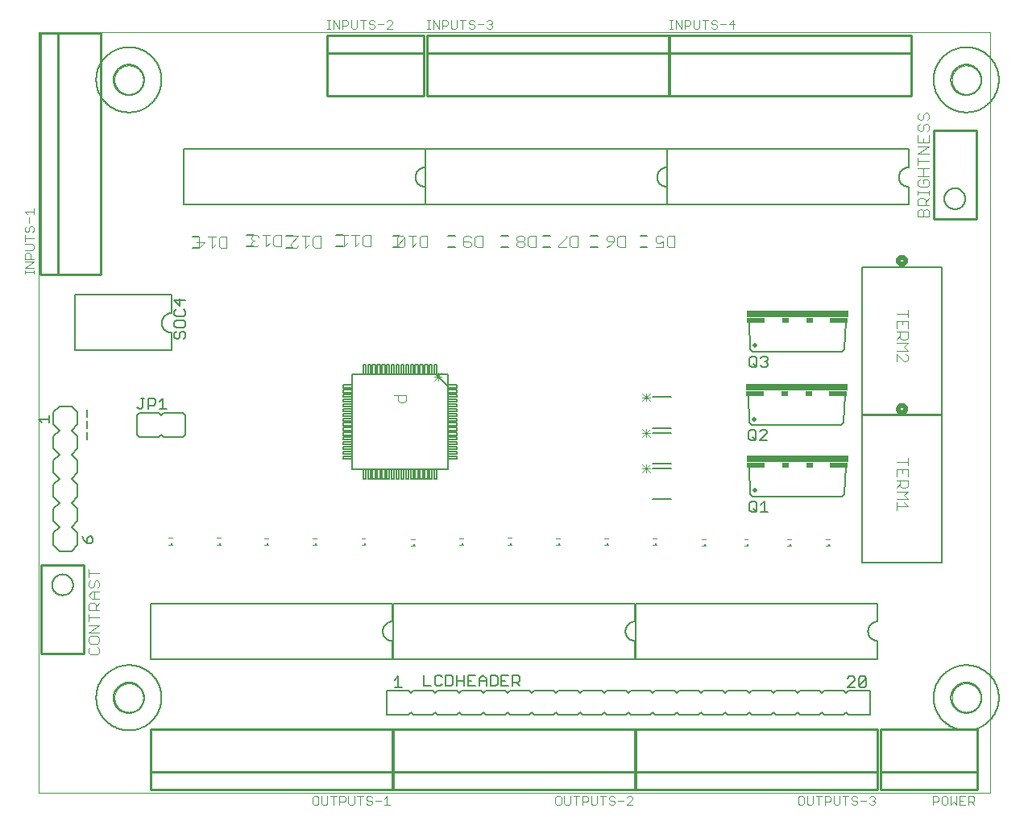
<source format=gto>
G75*
%MOIN*%
%OFA0B0*%
%FSLAX25Y25*%
%IPPOS*%
%LPD*%
%AMOC8*
5,1,8,0,0,1.08239X$1,22.5*
%
%ADD10C,0.00000*%
%ADD11C,0.00600*%
%ADD12C,0.00500*%
%ADD13C,0.01000*%
%ADD14C,0.00400*%
%ADD15C,0.00300*%
%ADD16C,0.00800*%
%ADD17R,0.00984X0.00886*%
%ADD18C,0.02000*%
%ADD19R,0.42000X0.03000*%
%ADD20R,0.07500X0.02000*%
%ADD21R,0.03000X0.02000*%
%ADD22C,0.02000*%
D10*
X0008551Y0007554D02*
X0008551Y0322514D01*
X0402252Y0322514D01*
X0402252Y0007554D01*
X0008551Y0007554D01*
X0040047Y0046924D02*
X0040049Y0047077D01*
X0040055Y0047231D01*
X0040065Y0047384D01*
X0040079Y0047536D01*
X0040097Y0047689D01*
X0040119Y0047840D01*
X0040144Y0047991D01*
X0040174Y0048142D01*
X0040208Y0048292D01*
X0040245Y0048440D01*
X0040286Y0048588D01*
X0040331Y0048734D01*
X0040380Y0048880D01*
X0040433Y0049024D01*
X0040489Y0049166D01*
X0040549Y0049307D01*
X0040613Y0049447D01*
X0040680Y0049585D01*
X0040751Y0049721D01*
X0040826Y0049855D01*
X0040903Y0049987D01*
X0040985Y0050117D01*
X0041069Y0050245D01*
X0041157Y0050371D01*
X0041248Y0050494D01*
X0041342Y0050615D01*
X0041440Y0050733D01*
X0041540Y0050849D01*
X0041644Y0050962D01*
X0041750Y0051073D01*
X0041859Y0051181D01*
X0041971Y0051286D01*
X0042085Y0051387D01*
X0042203Y0051486D01*
X0042322Y0051582D01*
X0042444Y0051675D01*
X0042569Y0051764D01*
X0042696Y0051851D01*
X0042825Y0051933D01*
X0042956Y0052013D01*
X0043089Y0052089D01*
X0043224Y0052162D01*
X0043361Y0052231D01*
X0043500Y0052296D01*
X0043640Y0052358D01*
X0043782Y0052416D01*
X0043925Y0052471D01*
X0044070Y0052522D01*
X0044216Y0052569D01*
X0044363Y0052612D01*
X0044511Y0052651D01*
X0044660Y0052687D01*
X0044810Y0052718D01*
X0044961Y0052746D01*
X0045112Y0052770D01*
X0045265Y0052790D01*
X0045417Y0052806D01*
X0045570Y0052818D01*
X0045723Y0052826D01*
X0045876Y0052830D01*
X0046030Y0052830D01*
X0046183Y0052826D01*
X0046336Y0052818D01*
X0046489Y0052806D01*
X0046641Y0052790D01*
X0046794Y0052770D01*
X0046945Y0052746D01*
X0047096Y0052718D01*
X0047246Y0052687D01*
X0047395Y0052651D01*
X0047543Y0052612D01*
X0047690Y0052569D01*
X0047836Y0052522D01*
X0047981Y0052471D01*
X0048124Y0052416D01*
X0048266Y0052358D01*
X0048406Y0052296D01*
X0048545Y0052231D01*
X0048682Y0052162D01*
X0048817Y0052089D01*
X0048950Y0052013D01*
X0049081Y0051933D01*
X0049210Y0051851D01*
X0049337Y0051764D01*
X0049462Y0051675D01*
X0049584Y0051582D01*
X0049703Y0051486D01*
X0049821Y0051387D01*
X0049935Y0051286D01*
X0050047Y0051181D01*
X0050156Y0051073D01*
X0050262Y0050962D01*
X0050366Y0050849D01*
X0050466Y0050733D01*
X0050564Y0050615D01*
X0050658Y0050494D01*
X0050749Y0050371D01*
X0050837Y0050245D01*
X0050921Y0050117D01*
X0051003Y0049987D01*
X0051080Y0049855D01*
X0051155Y0049721D01*
X0051226Y0049585D01*
X0051293Y0049447D01*
X0051357Y0049307D01*
X0051417Y0049166D01*
X0051473Y0049024D01*
X0051526Y0048880D01*
X0051575Y0048734D01*
X0051620Y0048588D01*
X0051661Y0048440D01*
X0051698Y0048292D01*
X0051732Y0048142D01*
X0051762Y0047991D01*
X0051787Y0047840D01*
X0051809Y0047689D01*
X0051827Y0047536D01*
X0051841Y0047384D01*
X0051851Y0047231D01*
X0051857Y0047077D01*
X0051859Y0046924D01*
X0051857Y0046771D01*
X0051851Y0046617D01*
X0051841Y0046464D01*
X0051827Y0046312D01*
X0051809Y0046159D01*
X0051787Y0046008D01*
X0051762Y0045857D01*
X0051732Y0045706D01*
X0051698Y0045556D01*
X0051661Y0045408D01*
X0051620Y0045260D01*
X0051575Y0045114D01*
X0051526Y0044968D01*
X0051473Y0044824D01*
X0051417Y0044682D01*
X0051357Y0044541D01*
X0051293Y0044401D01*
X0051226Y0044263D01*
X0051155Y0044127D01*
X0051080Y0043993D01*
X0051003Y0043861D01*
X0050921Y0043731D01*
X0050837Y0043603D01*
X0050749Y0043477D01*
X0050658Y0043354D01*
X0050564Y0043233D01*
X0050466Y0043115D01*
X0050366Y0042999D01*
X0050262Y0042886D01*
X0050156Y0042775D01*
X0050047Y0042667D01*
X0049935Y0042562D01*
X0049821Y0042461D01*
X0049703Y0042362D01*
X0049584Y0042266D01*
X0049462Y0042173D01*
X0049337Y0042084D01*
X0049210Y0041997D01*
X0049081Y0041915D01*
X0048950Y0041835D01*
X0048817Y0041759D01*
X0048682Y0041686D01*
X0048545Y0041617D01*
X0048406Y0041552D01*
X0048266Y0041490D01*
X0048124Y0041432D01*
X0047981Y0041377D01*
X0047836Y0041326D01*
X0047690Y0041279D01*
X0047543Y0041236D01*
X0047395Y0041197D01*
X0047246Y0041161D01*
X0047096Y0041130D01*
X0046945Y0041102D01*
X0046794Y0041078D01*
X0046641Y0041058D01*
X0046489Y0041042D01*
X0046336Y0041030D01*
X0046183Y0041022D01*
X0046030Y0041018D01*
X0045876Y0041018D01*
X0045723Y0041022D01*
X0045570Y0041030D01*
X0045417Y0041042D01*
X0045265Y0041058D01*
X0045112Y0041078D01*
X0044961Y0041102D01*
X0044810Y0041130D01*
X0044660Y0041161D01*
X0044511Y0041197D01*
X0044363Y0041236D01*
X0044216Y0041279D01*
X0044070Y0041326D01*
X0043925Y0041377D01*
X0043782Y0041432D01*
X0043640Y0041490D01*
X0043500Y0041552D01*
X0043361Y0041617D01*
X0043224Y0041686D01*
X0043089Y0041759D01*
X0042956Y0041835D01*
X0042825Y0041915D01*
X0042696Y0041997D01*
X0042569Y0042084D01*
X0042444Y0042173D01*
X0042322Y0042266D01*
X0042203Y0042362D01*
X0042085Y0042461D01*
X0041971Y0042562D01*
X0041859Y0042667D01*
X0041750Y0042775D01*
X0041644Y0042886D01*
X0041540Y0042999D01*
X0041440Y0043115D01*
X0041342Y0043233D01*
X0041248Y0043354D01*
X0041157Y0043477D01*
X0041069Y0043603D01*
X0040985Y0043731D01*
X0040903Y0043861D01*
X0040826Y0043993D01*
X0040751Y0044127D01*
X0040680Y0044263D01*
X0040613Y0044401D01*
X0040549Y0044541D01*
X0040489Y0044682D01*
X0040433Y0044824D01*
X0040380Y0044968D01*
X0040331Y0045114D01*
X0040286Y0045260D01*
X0040245Y0045408D01*
X0040208Y0045556D01*
X0040174Y0045706D01*
X0040144Y0045857D01*
X0040119Y0046008D01*
X0040097Y0046159D01*
X0040079Y0046312D01*
X0040065Y0046464D01*
X0040055Y0046617D01*
X0040049Y0046771D01*
X0040047Y0046924D01*
X0040047Y0302829D02*
X0040049Y0302982D01*
X0040055Y0303136D01*
X0040065Y0303289D01*
X0040079Y0303441D01*
X0040097Y0303594D01*
X0040119Y0303745D01*
X0040144Y0303896D01*
X0040174Y0304047D01*
X0040208Y0304197D01*
X0040245Y0304345D01*
X0040286Y0304493D01*
X0040331Y0304639D01*
X0040380Y0304785D01*
X0040433Y0304929D01*
X0040489Y0305071D01*
X0040549Y0305212D01*
X0040613Y0305352D01*
X0040680Y0305490D01*
X0040751Y0305626D01*
X0040826Y0305760D01*
X0040903Y0305892D01*
X0040985Y0306022D01*
X0041069Y0306150D01*
X0041157Y0306276D01*
X0041248Y0306399D01*
X0041342Y0306520D01*
X0041440Y0306638D01*
X0041540Y0306754D01*
X0041644Y0306867D01*
X0041750Y0306978D01*
X0041859Y0307086D01*
X0041971Y0307191D01*
X0042085Y0307292D01*
X0042203Y0307391D01*
X0042322Y0307487D01*
X0042444Y0307580D01*
X0042569Y0307669D01*
X0042696Y0307756D01*
X0042825Y0307838D01*
X0042956Y0307918D01*
X0043089Y0307994D01*
X0043224Y0308067D01*
X0043361Y0308136D01*
X0043500Y0308201D01*
X0043640Y0308263D01*
X0043782Y0308321D01*
X0043925Y0308376D01*
X0044070Y0308427D01*
X0044216Y0308474D01*
X0044363Y0308517D01*
X0044511Y0308556D01*
X0044660Y0308592D01*
X0044810Y0308623D01*
X0044961Y0308651D01*
X0045112Y0308675D01*
X0045265Y0308695D01*
X0045417Y0308711D01*
X0045570Y0308723D01*
X0045723Y0308731D01*
X0045876Y0308735D01*
X0046030Y0308735D01*
X0046183Y0308731D01*
X0046336Y0308723D01*
X0046489Y0308711D01*
X0046641Y0308695D01*
X0046794Y0308675D01*
X0046945Y0308651D01*
X0047096Y0308623D01*
X0047246Y0308592D01*
X0047395Y0308556D01*
X0047543Y0308517D01*
X0047690Y0308474D01*
X0047836Y0308427D01*
X0047981Y0308376D01*
X0048124Y0308321D01*
X0048266Y0308263D01*
X0048406Y0308201D01*
X0048545Y0308136D01*
X0048682Y0308067D01*
X0048817Y0307994D01*
X0048950Y0307918D01*
X0049081Y0307838D01*
X0049210Y0307756D01*
X0049337Y0307669D01*
X0049462Y0307580D01*
X0049584Y0307487D01*
X0049703Y0307391D01*
X0049821Y0307292D01*
X0049935Y0307191D01*
X0050047Y0307086D01*
X0050156Y0306978D01*
X0050262Y0306867D01*
X0050366Y0306754D01*
X0050466Y0306638D01*
X0050564Y0306520D01*
X0050658Y0306399D01*
X0050749Y0306276D01*
X0050837Y0306150D01*
X0050921Y0306022D01*
X0051003Y0305892D01*
X0051080Y0305760D01*
X0051155Y0305626D01*
X0051226Y0305490D01*
X0051293Y0305352D01*
X0051357Y0305212D01*
X0051417Y0305071D01*
X0051473Y0304929D01*
X0051526Y0304785D01*
X0051575Y0304639D01*
X0051620Y0304493D01*
X0051661Y0304345D01*
X0051698Y0304197D01*
X0051732Y0304047D01*
X0051762Y0303896D01*
X0051787Y0303745D01*
X0051809Y0303594D01*
X0051827Y0303441D01*
X0051841Y0303289D01*
X0051851Y0303136D01*
X0051857Y0302982D01*
X0051859Y0302829D01*
X0051857Y0302676D01*
X0051851Y0302522D01*
X0051841Y0302369D01*
X0051827Y0302217D01*
X0051809Y0302064D01*
X0051787Y0301913D01*
X0051762Y0301762D01*
X0051732Y0301611D01*
X0051698Y0301461D01*
X0051661Y0301313D01*
X0051620Y0301165D01*
X0051575Y0301019D01*
X0051526Y0300873D01*
X0051473Y0300729D01*
X0051417Y0300587D01*
X0051357Y0300446D01*
X0051293Y0300306D01*
X0051226Y0300168D01*
X0051155Y0300032D01*
X0051080Y0299898D01*
X0051003Y0299766D01*
X0050921Y0299636D01*
X0050837Y0299508D01*
X0050749Y0299382D01*
X0050658Y0299259D01*
X0050564Y0299138D01*
X0050466Y0299020D01*
X0050366Y0298904D01*
X0050262Y0298791D01*
X0050156Y0298680D01*
X0050047Y0298572D01*
X0049935Y0298467D01*
X0049821Y0298366D01*
X0049703Y0298267D01*
X0049584Y0298171D01*
X0049462Y0298078D01*
X0049337Y0297989D01*
X0049210Y0297902D01*
X0049081Y0297820D01*
X0048950Y0297740D01*
X0048817Y0297664D01*
X0048682Y0297591D01*
X0048545Y0297522D01*
X0048406Y0297457D01*
X0048266Y0297395D01*
X0048124Y0297337D01*
X0047981Y0297282D01*
X0047836Y0297231D01*
X0047690Y0297184D01*
X0047543Y0297141D01*
X0047395Y0297102D01*
X0047246Y0297066D01*
X0047096Y0297035D01*
X0046945Y0297007D01*
X0046794Y0296983D01*
X0046641Y0296963D01*
X0046489Y0296947D01*
X0046336Y0296935D01*
X0046183Y0296927D01*
X0046030Y0296923D01*
X0045876Y0296923D01*
X0045723Y0296927D01*
X0045570Y0296935D01*
X0045417Y0296947D01*
X0045265Y0296963D01*
X0045112Y0296983D01*
X0044961Y0297007D01*
X0044810Y0297035D01*
X0044660Y0297066D01*
X0044511Y0297102D01*
X0044363Y0297141D01*
X0044216Y0297184D01*
X0044070Y0297231D01*
X0043925Y0297282D01*
X0043782Y0297337D01*
X0043640Y0297395D01*
X0043500Y0297457D01*
X0043361Y0297522D01*
X0043224Y0297591D01*
X0043089Y0297664D01*
X0042956Y0297740D01*
X0042825Y0297820D01*
X0042696Y0297902D01*
X0042569Y0297989D01*
X0042444Y0298078D01*
X0042322Y0298171D01*
X0042203Y0298267D01*
X0042085Y0298366D01*
X0041971Y0298467D01*
X0041859Y0298572D01*
X0041750Y0298680D01*
X0041644Y0298791D01*
X0041540Y0298904D01*
X0041440Y0299020D01*
X0041342Y0299138D01*
X0041248Y0299259D01*
X0041157Y0299382D01*
X0041069Y0299508D01*
X0040985Y0299636D01*
X0040903Y0299766D01*
X0040826Y0299898D01*
X0040751Y0300032D01*
X0040680Y0300168D01*
X0040613Y0300306D01*
X0040549Y0300446D01*
X0040489Y0300587D01*
X0040433Y0300729D01*
X0040380Y0300873D01*
X0040331Y0301019D01*
X0040286Y0301165D01*
X0040245Y0301313D01*
X0040208Y0301461D01*
X0040174Y0301611D01*
X0040144Y0301762D01*
X0040119Y0301913D01*
X0040097Y0302064D01*
X0040079Y0302217D01*
X0040065Y0302369D01*
X0040055Y0302522D01*
X0040049Y0302676D01*
X0040047Y0302829D01*
X0386503Y0302829D02*
X0386505Y0302982D01*
X0386511Y0303136D01*
X0386521Y0303289D01*
X0386535Y0303441D01*
X0386553Y0303594D01*
X0386575Y0303745D01*
X0386600Y0303896D01*
X0386630Y0304047D01*
X0386664Y0304197D01*
X0386701Y0304345D01*
X0386742Y0304493D01*
X0386787Y0304639D01*
X0386836Y0304785D01*
X0386889Y0304929D01*
X0386945Y0305071D01*
X0387005Y0305212D01*
X0387069Y0305352D01*
X0387136Y0305490D01*
X0387207Y0305626D01*
X0387282Y0305760D01*
X0387359Y0305892D01*
X0387441Y0306022D01*
X0387525Y0306150D01*
X0387613Y0306276D01*
X0387704Y0306399D01*
X0387798Y0306520D01*
X0387896Y0306638D01*
X0387996Y0306754D01*
X0388100Y0306867D01*
X0388206Y0306978D01*
X0388315Y0307086D01*
X0388427Y0307191D01*
X0388541Y0307292D01*
X0388659Y0307391D01*
X0388778Y0307487D01*
X0388900Y0307580D01*
X0389025Y0307669D01*
X0389152Y0307756D01*
X0389281Y0307838D01*
X0389412Y0307918D01*
X0389545Y0307994D01*
X0389680Y0308067D01*
X0389817Y0308136D01*
X0389956Y0308201D01*
X0390096Y0308263D01*
X0390238Y0308321D01*
X0390381Y0308376D01*
X0390526Y0308427D01*
X0390672Y0308474D01*
X0390819Y0308517D01*
X0390967Y0308556D01*
X0391116Y0308592D01*
X0391266Y0308623D01*
X0391417Y0308651D01*
X0391568Y0308675D01*
X0391721Y0308695D01*
X0391873Y0308711D01*
X0392026Y0308723D01*
X0392179Y0308731D01*
X0392332Y0308735D01*
X0392486Y0308735D01*
X0392639Y0308731D01*
X0392792Y0308723D01*
X0392945Y0308711D01*
X0393097Y0308695D01*
X0393250Y0308675D01*
X0393401Y0308651D01*
X0393552Y0308623D01*
X0393702Y0308592D01*
X0393851Y0308556D01*
X0393999Y0308517D01*
X0394146Y0308474D01*
X0394292Y0308427D01*
X0394437Y0308376D01*
X0394580Y0308321D01*
X0394722Y0308263D01*
X0394862Y0308201D01*
X0395001Y0308136D01*
X0395138Y0308067D01*
X0395273Y0307994D01*
X0395406Y0307918D01*
X0395537Y0307838D01*
X0395666Y0307756D01*
X0395793Y0307669D01*
X0395918Y0307580D01*
X0396040Y0307487D01*
X0396159Y0307391D01*
X0396277Y0307292D01*
X0396391Y0307191D01*
X0396503Y0307086D01*
X0396612Y0306978D01*
X0396718Y0306867D01*
X0396822Y0306754D01*
X0396922Y0306638D01*
X0397020Y0306520D01*
X0397114Y0306399D01*
X0397205Y0306276D01*
X0397293Y0306150D01*
X0397377Y0306022D01*
X0397459Y0305892D01*
X0397536Y0305760D01*
X0397611Y0305626D01*
X0397682Y0305490D01*
X0397749Y0305352D01*
X0397813Y0305212D01*
X0397873Y0305071D01*
X0397929Y0304929D01*
X0397982Y0304785D01*
X0398031Y0304639D01*
X0398076Y0304493D01*
X0398117Y0304345D01*
X0398154Y0304197D01*
X0398188Y0304047D01*
X0398218Y0303896D01*
X0398243Y0303745D01*
X0398265Y0303594D01*
X0398283Y0303441D01*
X0398297Y0303289D01*
X0398307Y0303136D01*
X0398313Y0302982D01*
X0398315Y0302829D01*
X0398313Y0302676D01*
X0398307Y0302522D01*
X0398297Y0302369D01*
X0398283Y0302217D01*
X0398265Y0302064D01*
X0398243Y0301913D01*
X0398218Y0301762D01*
X0398188Y0301611D01*
X0398154Y0301461D01*
X0398117Y0301313D01*
X0398076Y0301165D01*
X0398031Y0301019D01*
X0397982Y0300873D01*
X0397929Y0300729D01*
X0397873Y0300587D01*
X0397813Y0300446D01*
X0397749Y0300306D01*
X0397682Y0300168D01*
X0397611Y0300032D01*
X0397536Y0299898D01*
X0397459Y0299766D01*
X0397377Y0299636D01*
X0397293Y0299508D01*
X0397205Y0299382D01*
X0397114Y0299259D01*
X0397020Y0299138D01*
X0396922Y0299020D01*
X0396822Y0298904D01*
X0396718Y0298791D01*
X0396612Y0298680D01*
X0396503Y0298572D01*
X0396391Y0298467D01*
X0396277Y0298366D01*
X0396159Y0298267D01*
X0396040Y0298171D01*
X0395918Y0298078D01*
X0395793Y0297989D01*
X0395666Y0297902D01*
X0395537Y0297820D01*
X0395406Y0297740D01*
X0395273Y0297664D01*
X0395138Y0297591D01*
X0395001Y0297522D01*
X0394862Y0297457D01*
X0394722Y0297395D01*
X0394580Y0297337D01*
X0394437Y0297282D01*
X0394292Y0297231D01*
X0394146Y0297184D01*
X0393999Y0297141D01*
X0393851Y0297102D01*
X0393702Y0297066D01*
X0393552Y0297035D01*
X0393401Y0297007D01*
X0393250Y0296983D01*
X0393097Y0296963D01*
X0392945Y0296947D01*
X0392792Y0296935D01*
X0392639Y0296927D01*
X0392486Y0296923D01*
X0392332Y0296923D01*
X0392179Y0296927D01*
X0392026Y0296935D01*
X0391873Y0296947D01*
X0391721Y0296963D01*
X0391568Y0296983D01*
X0391417Y0297007D01*
X0391266Y0297035D01*
X0391116Y0297066D01*
X0390967Y0297102D01*
X0390819Y0297141D01*
X0390672Y0297184D01*
X0390526Y0297231D01*
X0390381Y0297282D01*
X0390238Y0297337D01*
X0390096Y0297395D01*
X0389956Y0297457D01*
X0389817Y0297522D01*
X0389680Y0297591D01*
X0389545Y0297664D01*
X0389412Y0297740D01*
X0389281Y0297820D01*
X0389152Y0297902D01*
X0389025Y0297989D01*
X0388900Y0298078D01*
X0388778Y0298171D01*
X0388659Y0298267D01*
X0388541Y0298366D01*
X0388427Y0298467D01*
X0388315Y0298572D01*
X0388206Y0298680D01*
X0388100Y0298791D01*
X0387996Y0298904D01*
X0387896Y0299020D01*
X0387798Y0299138D01*
X0387704Y0299259D01*
X0387613Y0299382D01*
X0387525Y0299508D01*
X0387441Y0299636D01*
X0387359Y0299766D01*
X0387282Y0299898D01*
X0387207Y0300032D01*
X0387136Y0300168D01*
X0387069Y0300306D01*
X0387005Y0300446D01*
X0386945Y0300587D01*
X0386889Y0300729D01*
X0386836Y0300873D01*
X0386787Y0301019D01*
X0386742Y0301165D01*
X0386701Y0301313D01*
X0386664Y0301461D01*
X0386630Y0301611D01*
X0386600Y0301762D01*
X0386575Y0301913D01*
X0386553Y0302064D01*
X0386535Y0302217D01*
X0386521Y0302369D01*
X0386511Y0302522D01*
X0386505Y0302676D01*
X0386503Y0302829D01*
X0386503Y0046924D02*
X0386505Y0047077D01*
X0386511Y0047231D01*
X0386521Y0047384D01*
X0386535Y0047536D01*
X0386553Y0047689D01*
X0386575Y0047840D01*
X0386600Y0047991D01*
X0386630Y0048142D01*
X0386664Y0048292D01*
X0386701Y0048440D01*
X0386742Y0048588D01*
X0386787Y0048734D01*
X0386836Y0048880D01*
X0386889Y0049024D01*
X0386945Y0049166D01*
X0387005Y0049307D01*
X0387069Y0049447D01*
X0387136Y0049585D01*
X0387207Y0049721D01*
X0387282Y0049855D01*
X0387359Y0049987D01*
X0387441Y0050117D01*
X0387525Y0050245D01*
X0387613Y0050371D01*
X0387704Y0050494D01*
X0387798Y0050615D01*
X0387896Y0050733D01*
X0387996Y0050849D01*
X0388100Y0050962D01*
X0388206Y0051073D01*
X0388315Y0051181D01*
X0388427Y0051286D01*
X0388541Y0051387D01*
X0388659Y0051486D01*
X0388778Y0051582D01*
X0388900Y0051675D01*
X0389025Y0051764D01*
X0389152Y0051851D01*
X0389281Y0051933D01*
X0389412Y0052013D01*
X0389545Y0052089D01*
X0389680Y0052162D01*
X0389817Y0052231D01*
X0389956Y0052296D01*
X0390096Y0052358D01*
X0390238Y0052416D01*
X0390381Y0052471D01*
X0390526Y0052522D01*
X0390672Y0052569D01*
X0390819Y0052612D01*
X0390967Y0052651D01*
X0391116Y0052687D01*
X0391266Y0052718D01*
X0391417Y0052746D01*
X0391568Y0052770D01*
X0391721Y0052790D01*
X0391873Y0052806D01*
X0392026Y0052818D01*
X0392179Y0052826D01*
X0392332Y0052830D01*
X0392486Y0052830D01*
X0392639Y0052826D01*
X0392792Y0052818D01*
X0392945Y0052806D01*
X0393097Y0052790D01*
X0393250Y0052770D01*
X0393401Y0052746D01*
X0393552Y0052718D01*
X0393702Y0052687D01*
X0393851Y0052651D01*
X0393999Y0052612D01*
X0394146Y0052569D01*
X0394292Y0052522D01*
X0394437Y0052471D01*
X0394580Y0052416D01*
X0394722Y0052358D01*
X0394862Y0052296D01*
X0395001Y0052231D01*
X0395138Y0052162D01*
X0395273Y0052089D01*
X0395406Y0052013D01*
X0395537Y0051933D01*
X0395666Y0051851D01*
X0395793Y0051764D01*
X0395918Y0051675D01*
X0396040Y0051582D01*
X0396159Y0051486D01*
X0396277Y0051387D01*
X0396391Y0051286D01*
X0396503Y0051181D01*
X0396612Y0051073D01*
X0396718Y0050962D01*
X0396822Y0050849D01*
X0396922Y0050733D01*
X0397020Y0050615D01*
X0397114Y0050494D01*
X0397205Y0050371D01*
X0397293Y0050245D01*
X0397377Y0050117D01*
X0397459Y0049987D01*
X0397536Y0049855D01*
X0397611Y0049721D01*
X0397682Y0049585D01*
X0397749Y0049447D01*
X0397813Y0049307D01*
X0397873Y0049166D01*
X0397929Y0049024D01*
X0397982Y0048880D01*
X0398031Y0048734D01*
X0398076Y0048588D01*
X0398117Y0048440D01*
X0398154Y0048292D01*
X0398188Y0048142D01*
X0398218Y0047991D01*
X0398243Y0047840D01*
X0398265Y0047689D01*
X0398283Y0047536D01*
X0398297Y0047384D01*
X0398307Y0047231D01*
X0398313Y0047077D01*
X0398315Y0046924D01*
X0398313Y0046771D01*
X0398307Y0046617D01*
X0398297Y0046464D01*
X0398283Y0046312D01*
X0398265Y0046159D01*
X0398243Y0046008D01*
X0398218Y0045857D01*
X0398188Y0045706D01*
X0398154Y0045556D01*
X0398117Y0045408D01*
X0398076Y0045260D01*
X0398031Y0045114D01*
X0397982Y0044968D01*
X0397929Y0044824D01*
X0397873Y0044682D01*
X0397813Y0044541D01*
X0397749Y0044401D01*
X0397682Y0044263D01*
X0397611Y0044127D01*
X0397536Y0043993D01*
X0397459Y0043861D01*
X0397377Y0043731D01*
X0397293Y0043603D01*
X0397205Y0043477D01*
X0397114Y0043354D01*
X0397020Y0043233D01*
X0396922Y0043115D01*
X0396822Y0042999D01*
X0396718Y0042886D01*
X0396612Y0042775D01*
X0396503Y0042667D01*
X0396391Y0042562D01*
X0396277Y0042461D01*
X0396159Y0042362D01*
X0396040Y0042266D01*
X0395918Y0042173D01*
X0395793Y0042084D01*
X0395666Y0041997D01*
X0395537Y0041915D01*
X0395406Y0041835D01*
X0395273Y0041759D01*
X0395138Y0041686D01*
X0395001Y0041617D01*
X0394862Y0041552D01*
X0394722Y0041490D01*
X0394580Y0041432D01*
X0394437Y0041377D01*
X0394292Y0041326D01*
X0394146Y0041279D01*
X0393999Y0041236D01*
X0393851Y0041197D01*
X0393702Y0041161D01*
X0393552Y0041130D01*
X0393401Y0041102D01*
X0393250Y0041078D01*
X0393097Y0041058D01*
X0392945Y0041042D01*
X0392792Y0041030D01*
X0392639Y0041022D01*
X0392486Y0041018D01*
X0392332Y0041018D01*
X0392179Y0041022D01*
X0392026Y0041030D01*
X0391873Y0041042D01*
X0391721Y0041058D01*
X0391568Y0041078D01*
X0391417Y0041102D01*
X0391266Y0041130D01*
X0391116Y0041161D01*
X0390967Y0041197D01*
X0390819Y0041236D01*
X0390672Y0041279D01*
X0390526Y0041326D01*
X0390381Y0041377D01*
X0390238Y0041432D01*
X0390096Y0041490D01*
X0389956Y0041552D01*
X0389817Y0041617D01*
X0389680Y0041686D01*
X0389545Y0041759D01*
X0389412Y0041835D01*
X0389281Y0041915D01*
X0389152Y0041997D01*
X0389025Y0042084D01*
X0388900Y0042173D01*
X0388778Y0042266D01*
X0388659Y0042362D01*
X0388541Y0042461D01*
X0388427Y0042562D01*
X0388315Y0042667D01*
X0388206Y0042775D01*
X0388100Y0042886D01*
X0387996Y0042999D01*
X0387896Y0043115D01*
X0387798Y0043233D01*
X0387704Y0043354D01*
X0387613Y0043477D01*
X0387525Y0043603D01*
X0387441Y0043731D01*
X0387359Y0043861D01*
X0387282Y0043993D01*
X0387207Y0044127D01*
X0387136Y0044263D01*
X0387069Y0044401D01*
X0387005Y0044541D01*
X0386945Y0044682D01*
X0386889Y0044824D01*
X0386836Y0044968D01*
X0386787Y0045114D01*
X0386742Y0045260D01*
X0386701Y0045408D01*
X0386664Y0045556D01*
X0386630Y0045706D01*
X0386600Y0045857D01*
X0386575Y0046008D01*
X0386553Y0046159D01*
X0386535Y0046312D01*
X0386521Y0046464D01*
X0386511Y0046617D01*
X0386505Y0046771D01*
X0386503Y0046924D01*
D11*
X0378909Y0046924D02*
X0378913Y0047255D01*
X0378925Y0047586D01*
X0378946Y0047917D01*
X0378974Y0048247D01*
X0379011Y0048577D01*
X0379055Y0048905D01*
X0379108Y0049232D01*
X0379168Y0049558D01*
X0379237Y0049882D01*
X0379314Y0050204D01*
X0379398Y0050525D01*
X0379490Y0050843D01*
X0379590Y0051159D01*
X0379698Y0051472D01*
X0379814Y0051783D01*
X0379937Y0052090D01*
X0380067Y0052395D01*
X0380205Y0052696D01*
X0380350Y0052994D01*
X0380503Y0053288D01*
X0380663Y0053578D01*
X0380830Y0053864D01*
X0381003Y0054146D01*
X0381184Y0054424D01*
X0381372Y0054697D01*
X0381566Y0054966D01*
X0381766Y0055230D01*
X0381973Y0055488D01*
X0382187Y0055742D01*
X0382406Y0055990D01*
X0382632Y0056233D01*
X0382863Y0056470D01*
X0383100Y0056701D01*
X0383343Y0056927D01*
X0383591Y0057146D01*
X0383845Y0057360D01*
X0384103Y0057567D01*
X0384367Y0057767D01*
X0384636Y0057961D01*
X0384909Y0058149D01*
X0385187Y0058330D01*
X0385469Y0058503D01*
X0385755Y0058670D01*
X0386045Y0058830D01*
X0386339Y0058983D01*
X0386637Y0059128D01*
X0386938Y0059266D01*
X0387243Y0059396D01*
X0387550Y0059519D01*
X0387861Y0059635D01*
X0388174Y0059743D01*
X0388490Y0059843D01*
X0388808Y0059935D01*
X0389129Y0060019D01*
X0389451Y0060096D01*
X0389775Y0060165D01*
X0390101Y0060225D01*
X0390428Y0060278D01*
X0390756Y0060322D01*
X0391086Y0060359D01*
X0391416Y0060387D01*
X0391747Y0060408D01*
X0392078Y0060420D01*
X0392409Y0060424D01*
X0392740Y0060420D01*
X0393071Y0060408D01*
X0393402Y0060387D01*
X0393732Y0060359D01*
X0394062Y0060322D01*
X0394390Y0060278D01*
X0394717Y0060225D01*
X0395043Y0060165D01*
X0395367Y0060096D01*
X0395689Y0060019D01*
X0396010Y0059935D01*
X0396328Y0059843D01*
X0396644Y0059743D01*
X0396957Y0059635D01*
X0397268Y0059519D01*
X0397575Y0059396D01*
X0397880Y0059266D01*
X0398181Y0059128D01*
X0398479Y0058983D01*
X0398773Y0058830D01*
X0399063Y0058670D01*
X0399349Y0058503D01*
X0399631Y0058330D01*
X0399909Y0058149D01*
X0400182Y0057961D01*
X0400451Y0057767D01*
X0400715Y0057567D01*
X0400973Y0057360D01*
X0401227Y0057146D01*
X0401475Y0056927D01*
X0401718Y0056701D01*
X0401955Y0056470D01*
X0402186Y0056233D01*
X0402412Y0055990D01*
X0402631Y0055742D01*
X0402845Y0055488D01*
X0403052Y0055230D01*
X0403252Y0054966D01*
X0403446Y0054697D01*
X0403634Y0054424D01*
X0403815Y0054146D01*
X0403988Y0053864D01*
X0404155Y0053578D01*
X0404315Y0053288D01*
X0404468Y0052994D01*
X0404613Y0052696D01*
X0404751Y0052395D01*
X0404881Y0052090D01*
X0405004Y0051783D01*
X0405120Y0051472D01*
X0405228Y0051159D01*
X0405328Y0050843D01*
X0405420Y0050525D01*
X0405504Y0050204D01*
X0405581Y0049882D01*
X0405650Y0049558D01*
X0405710Y0049232D01*
X0405763Y0048905D01*
X0405807Y0048577D01*
X0405844Y0048247D01*
X0405872Y0047917D01*
X0405893Y0047586D01*
X0405905Y0047255D01*
X0405909Y0046924D01*
X0405905Y0046593D01*
X0405893Y0046262D01*
X0405872Y0045931D01*
X0405844Y0045601D01*
X0405807Y0045271D01*
X0405763Y0044943D01*
X0405710Y0044616D01*
X0405650Y0044290D01*
X0405581Y0043966D01*
X0405504Y0043644D01*
X0405420Y0043323D01*
X0405328Y0043005D01*
X0405228Y0042689D01*
X0405120Y0042376D01*
X0405004Y0042065D01*
X0404881Y0041758D01*
X0404751Y0041453D01*
X0404613Y0041152D01*
X0404468Y0040854D01*
X0404315Y0040560D01*
X0404155Y0040270D01*
X0403988Y0039984D01*
X0403815Y0039702D01*
X0403634Y0039424D01*
X0403446Y0039151D01*
X0403252Y0038882D01*
X0403052Y0038618D01*
X0402845Y0038360D01*
X0402631Y0038106D01*
X0402412Y0037858D01*
X0402186Y0037615D01*
X0401955Y0037378D01*
X0401718Y0037147D01*
X0401475Y0036921D01*
X0401227Y0036702D01*
X0400973Y0036488D01*
X0400715Y0036281D01*
X0400451Y0036081D01*
X0400182Y0035887D01*
X0399909Y0035699D01*
X0399631Y0035518D01*
X0399349Y0035345D01*
X0399063Y0035178D01*
X0398773Y0035018D01*
X0398479Y0034865D01*
X0398181Y0034720D01*
X0397880Y0034582D01*
X0397575Y0034452D01*
X0397268Y0034329D01*
X0396957Y0034213D01*
X0396644Y0034105D01*
X0396328Y0034005D01*
X0396010Y0033913D01*
X0395689Y0033829D01*
X0395367Y0033752D01*
X0395043Y0033683D01*
X0394717Y0033623D01*
X0394390Y0033570D01*
X0394062Y0033526D01*
X0393732Y0033489D01*
X0393402Y0033461D01*
X0393071Y0033440D01*
X0392740Y0033428D01*
X0392409Y0033424D01*
X0392078Y0033428D01*
X0391747Y0033440D01*
X0391416Y0033461D01*
X0391086Y0033489D01*
X0390756Y0033526D01*
X0390428Y0033570D01*
X0390101Y0033623D01*
X0389775Y0033683D01*
X0389451Y0033752D01*
X0389129Y0033829D01*
X0388808Y0033913D01*
X0388490Y0034005D01*
X0388174Y0034105D01*
X0387861Y0034213D01*
X0387550Y0034329D01*
X0387243Y0034452D01*
X0386938Y0034582D01*
X0386637Y0034720D01*
X0386339Y0034865D01*
X0386045Y0035018D01*
X0385755Y0035178D01*
X0385469Y0035345D01*
X0385187Y0035518D01*
X0384909Y0035699D01*
X0384636Y0035887D01*
X0384367Y0036081D01*
X0384103Y0036281D01*
X0383845Y0036488D01*
X0383591Y0036702D01*
X0383343Y0036921D01*
X0383100Y0037147D01*
X0382863Y0037378D01*
X0382632Y0037615D01*
X0382406Y0037858D01*
X0382187Y0038106D01*
X0381973Y0038360D01*
X0381766Y0038618D01*
X0381566Y0038882D01*
X0381372Y0039151D01*
X0381184Y0039424D01*
X0381003Y0039702D01*
X0380830Y0039984D01*
X0380663Y0040270D01*
X0380503Y0040560D01*
X0380350Y0040854D01*
X0380205Y0041152D01*
X0380067Y0041453D01*
X0379937Y0041758D01*
X0379814Y0042065D01*
X0379698Y0042376D01*
X0379590Y0042689D01*
X0379490Y0043005D01*
X0379398Y0043323D01*
X0379314Y0043644D01*
X0379237Y0043966D01*
X0379168Y0044290D01*
X0379108Y0044616D01*
X0379055Y0044943D01*
X0379011Y0045271D01*
X0378974Y0045601D01*
X0378946Y0045931D01*
X0378925Y0046262D01*
X0378913Y0046593D01*
X0378909Y0046924D01*
X0352646Y0049955D02*
X0352646Y0039955D01*
X0343646Y0039955D01*
X0342646Y0040955D01*
X0341646Y0039955D01*
X0333646Y0039955D01*
X0332646Y0040955D01*
X0331646Y0039955D01*
X0323646Y0039955D01*
X0322646Y0040955D01*
X0321646Y0039955D01*
X0313646Y0039955D01*
X0312646Y0040955D01*
X0311646Y0039955D01*
X0303646Y0039955D01*
X0302646Y0040955D01*
X0301646Y0039955D01*
X0293646Y0039955D01*
X0292646Y0040955D01*
X0291646Y0039955D01*
X0283646Y0039955D01*
X0282646Y0040955D01*
X0281646Y0039955D01*
X0273646Y0039955D01*
X0272646Y0040955D01*
X0271646Y0039955D01*
X0263646Y0039955D01*
X0262646Y0040955D01*
X0261646Y0039955D01*
X0253646Y0039955D01*
X0252646Y0040955D01*
X0251646Y0039955D01*
X0243646Y0039955D01*
X0242646Y0040955D01*
X0241646Y0039955D01*
X0233646Y0039955D01*
X0232646Y0040955D01*
X0231646Y0039955D01*
X0223646Y0039955D01*
X0222646Y0040955D01*
X0221646Y0039955D01*
X0213646Y0039955D01*
X0212646Y0040955D01*
X0211646Y0039955D01*
X0203646Y0039955D01*
X0202646Y0040955D01*
X0201646Y0039955D01*
X0193646Y0039955D01*
X0192646Y0040955D01*
X0191646Y0039955D01*
X0183646Y0039955D01*
X0182646Y0040955D01*
X0181646Y0039955D01*
X0173646Y0039955D01*
X0172646Y0040955D01*
X0171646Y0039955D01*
X0163646Y0039955D01*
X0162646Y0040955D01*
X0161646Y0039955D01*
X0152646Y0039955D01*
X0152646Y0049955D01*
X0161646Y0049955D01*
X0162646Y0048955D01*
X0163646Y0049955D01*
X0171646Y0049955D01*
X0172646Y0048955D01*
X0173646Y0049955D01*
X0181646Y0049955D01*
X0182646Y0048955D01*
X0183646Y0049955D01*
X0191646Y0049955D01*
X0192646Y0048955D01*
X0193646Y0049955D01*
X0201646Y0049955D01*
X0202646Y0048955D01*
X0203646Y0049955D01*
X0211646Y0049955D01*
X0212646Y0048955D01*
X0213646Y0049955D01*
X0221646Y0049955D01*
X0222646Y0048955D01*
X0223646Y0049955D01*
X0231646Y0049955D01*
X0232646Y0048955D01*
X0233646Y0049955D01*
X0241646Y0049955D01*
X0242646Y0048955D01*
X0243646Y0049955D01*
X0251646Y0049955D01*
X0252646Y0048955D01*
X0253646Y0049955D01*
X0261646Y0049955D01*
X0262646Y0048955D01*
X0263646Y0049955D01*
X0271646Y0049955D01*
X0272646Y0048955D01*
X0273646Y0049955D01*
X0281646Y0049955D01*
X0282646Y0048955D01*
X0283646Y0049955D01*
X0291646Y0049955D01*
X0292646Y0048955D01*
X0293646Y0049955D01*
X0301646Y0049955D01*
X0302646Y0048955D01*
X0303646Y0049955D01*
X0311646Y0049955D01*
X0312646Y0048955D01*
X0313646Y0049955D01*
X0321646Y0049955D01*
X0322646Y0048955D01*
X0323646Y0049955D01*
X0331646Y0049955D01*
X0332646Y0048955D01*
X0333646Y0049955D01*
X0341646Y0049955D01*
X0342646Y0048955D01*
X0343646Y0049955D01*
X0352646Y0049955D01*
X0355795Y0062983D02*
X0355795Y0070483D01*
X0355669Y0070485D01*
X0355544Y0070491D01*
X0355419Y0070501D01*
X0355294Y0070515D01*
X0355169Y0070532D01*
X0355045Y0070554D01*
X0354922Y0070579D01*
X0354800Y0070609D01*
X0354679Y0070642D01*
X0354559Y0070679D01*
X0354440Y0070719D01*
X0354323Y0070764D01*
X0354206Y0070812D01*
X0354092Y0070864D01*
X0353979Y0070919D01*
X0353868Y0070978D01*
X0353759Y0071040D01*
X0353652Y0071106D01*
X0353547Y0071175D01*
X0353444Y0071247D01*
X0353343Y0071322D01*
X0353245Y0071401D01*
X0353150Y0071483D01*
X0353057Y0071567D01*
X0352967Y0071655D01*
X0352879Y0071745D01*
X0352795Y0071838D01*
X0352713Y0071933D01*
X0352634Y0072031D01*
X0352559Y0072132D01*
X0352487Y0072235D01*
X0352418Y0072340D01*
X0352352Y0072447D01*
X0352290Y0072556D01*
X0352231Y0072667D01*
X0352176Y0072780D01*
X0352124Y0072894D01*
X0352076Y0073011D01*
X0352031Y0073128D01*
X0351991Y0073247D01*
X0351954Y0073367D01*
X0351921Y0073488D01*
X0351891Y0073610D01*
X0351866Y0073733D01*
X0351844Y0073857D01*
X0351827Y0073982D01*
X0351813Y0074107D01*
X0351803Y0074232D01*
X0351797Y0074357D01*
X0351795Y0074483D01*
X0351797Y0074609D01*
X0351803Y0074734D01*
X0351813Y0074859D01*
X0351827Y0074984D01*
X0351844Y0075109D01*
X0351866Y0075233D01*
X0351891Y0075356D01*
X0351921Y0075478D01*
X0351954Y0075599D01*
X0351991Y0075719D01*
X0352031Y0075838D01*
X0352076Y0075955D01*
X0352124Y0076072D01*
X0352176Y0076186D01*
X0352231Y0076299D01*
X0352290Y0076410D01*
X0352352Y0076519D01*
X0352418Y0076626D01*
X0352487Y0076731D01*
X0352559Y0076834D01*
X0352634Y0076935D01*
X0352713Y0077033D01*
X0352795Y0077128D01*
X0352879Y0077221D01*
X0352967Y0077311D01*
X0353057Y0077399D01*
X0353150Y0077483D01*
X0353245Y0077565D01*
X0353343Y0077644D01*
X0353444Y0077719D01*
X0353547Y0077791D01*
X0353652Y0077860D01*
X0353759Y0077926D01*
X0353868Y0077988D01*
X0353979Y0078047D01*
X0354092Y0078102D01*
X0354206Y0078154D01*
X0354323Y0078202D01*
X0354440Y0078247D01*
X0354559Y0078287D01*
X0354679Y0078324D01*
X0354800Y0078357D01*
X0354922Y0078387D01*
X0355045Y0078412D01*
X0355169Y0078434D01*
X0355294Y0078451D01*
X0355419Y0078465D01*
X0355544Y0078475D01*
X0355669Y0078481D01*
X0355795Y0078483D01*
X0355795Y0085983D01*
X0255795Y0085983D01*
X0255795Y0062983D01*
X0355795Y0062983D01*
X0349235Y0102920D02*
X0382435Y0102920D01*
X0382435Y0163920D01*
X0349235Y0163920D01*
X0349235Y0102920D01*
X0341028Y0130318D02*
X0304028Y0130318D01*
X0303028Y0131318D01*
X0302528Y0142818D01*
X0303713Y0159924D02*
X0302713Y0160924D01*
X0302213Y0172424D01*
X0303713Y0159924D02*
X0340713Y0159924D01*
X0341713Y0160924D01*
X0342213Y0172424D01*
X0349235Y0164337D02*
X0382435Y0164337D01*
X0382435Y0225337D01*
X0349235Y0225337D01*
X0349235Y0164337D01*
X0342528Y0142818D02*
X0342028Y0131318D01*
X0341028Y0130318D01*
X0270225Y0129107D02*
X0262625Y0129107D01*
X0262625Y0141907D02*
X0270225Y0141907D01*
X0270225Y0143870D02*
X0262625Y0143870D01*
X0262625Y0156670D02*
X0270225Y0156670D01*
X0270225Y0158634D02*
X0262625Y0158634D01*
X0262625Y0171434D02*
X0270225Y0171434D01*
X0303028Y0191357D02*
X0302528Y0202857D01*
X0303028Y0191357D02*
X0304028Y0190357D01*
X0341028Y0190357D01*
X0342028Y0191357D01*
X0342528Y0202857D01*
X0368551Y0251054D02*
X0368551Y0258554D01*
X0368425Y0258556D01*
X0368300Y0258562D01*
X0368175Y0258572D01*
X0368050Y0258586D01*
X0367925Y0258603D01*
X0367801Y0258625D01*
X0367678Y0258650D01*
X0367556Y0258680D01*
X0367435Y0258713D01*
X0367315Y0258750D01*
X0367196Y0258790D01*
X0367079Y0258835D01*
X0366962Y0258883D01*
X0366848Y0258935D01*
X0366735Y0258990D01*
X0366624Y0259049D01*
X0366515Y0259111D01*
X0366408Y0259177D01*
X0366303Y0259246D01*
X0366200Y0259318D01*
X0366099Y0259393D01*
X0366001Y0259472D01*
X0365906Y0259554D01*
X0365813Y0259638D01*
X0365723Y0259726D01*
X0365635Y0259816D01*
X0365551Y0259909D01*
X0365469Y0260004D01*
X0365390Y0260102D01*
X0365315Y0260203D01*
X0365243Y0260306D01*
X0365174Y0260411D01*
X0365108Y0260518D01*
X0365046Y0260627D01*
X0364987Y0260738D01*
X0364932Y0260851D01*
X0364880Y0260965D01*
X0364832Y0261082D01*
X0364787Y0261199D01*
X0364747Y0261318D01*
X0364710Y0261438D01*
X0364677Y0261559D01*
X0364647Y0261681D01*
X0364622Y0261804D01*
X0364600Y0261928D01*
X0364583Y0262053D01*
X0364569Y0262178D01*
X0364559Y0262303D01*
X0364553Y0262428D01*
X0364551Y0262554D01*
X0364553Y0262680D01*
X0364559Y0262805D01*
X0364569Y0262930D01*
X0364583Y0263055D01*
X0364600Y0263180D01*
X0364622Y0263304D01*
X0364647Y0263427D01*
X0364677Y0263549D01*
X0364710Y0263670D01*
X0364747Y0263790D01*
X0364787Y0263909D01*
X0364832Y0264026D01*
X0364880Y0264143D01*
X0364932Y0264257D01*
X0364987Y0264370D01*
X0365046Y0264481D01*
X0365108Y0264590D01*
X0365174Y0264697D01*
X0365243Y0264802D01*
X0365315Y0264905D01*
X0365390Y0265006D01*
X0365469Y0265104D01*
X0365551Y0265199D01*
X0365635Y0265292D01*
X0365723Y0265382D01*
X0365813Y0265470D01*
X0365906Y0265554D01*
X0366001Y0265636D01*
X0366099Y0265715D01*
X0366200Y0265790D01*
X0366303Y0265862D01*
X0366408Y0265931D01*
X0366515Y0265997D01*
X0366624Y0266059D01*
X0366735Y0266118D01*
X0366848Y0266173D01*
X0366962Y0266225D01*
X0367079Y0266273D01*
X0367196Y0266318D01*
X0367315Y0266358D01*
X0367435Y0266395D01*
X0367556Y0266428D01*
X0367678Y0266458D01*
X0367801Y0266483D01*
X0367925Y0266505D01*
X0368050Y0266522D01*
X0368175Y0266536D01*
X0368300Y0266546D01*
X0368425Y0266552D01*
X0368551Y0266554D01*
X0368551Y0274054D01*
X0268551Y0274054D01*
X0268551Y0266554D01*
X0268425Y0266552D01*
X0268300Y0266546D01*
X0268175Y0266536D01*
X0268050Y0266522D01*
X0267925Y0266505D01*
X0267801Y0266483D01*
X0267678Y0266458D01*
X0267556Y0266428D01*
X0267435Y0266395D01*
X0267315Y0266358D01*
X0267196Y0266318D01*
X0267079Y0266273D01*
X0266962Y0266225D01*
X0266848Y0266173D01*
X0266735Y0266118D01*
X0266624Y0266059D01*
X0266515Y0265997D01*
X0266408Y0265931D01*
X0266303Y0265862D01*
X0266200Y0265790D01*
X0266099Y0265715D01*
X0266001Y0265636D01*
X0265906Y0265554D01*
X0265813Y0265470D01*
X0265723Y0265382D01*
X0265635Y0265292D01*
X0265551Y0265199D01*
X0265469Y0265104D01*
X0265390Y0265006D01*
X0265315Y0264905D01*
X0265243Y0264802D01*
X0265174Y0264697D01*
X0265108Y0264590D01*
X0265046Y0264481D01*
X0264987Y0264370D01*
X0264932Y0264257D01*
X0264880Y0264143D01*
X0264832Y0264026D01*
X0264787Y0263909D01*
X0264747Y0263790D01*
X0264710Y0263670D01*
X0264677Y0263549D01*
X0264647Y0263427D01*
X0264622Y0263304D01*
X0264600Y0263180D01*
X0264583Y0263055D01*
X0264569Y0262930D01*
X0264559Y0262805D01*
X0264553Y0262680D01*
X0264551Y0262554D01*
X0264553Y0262428D01*
X0264559Y0262303D01*
X0264569Y0262178D01*
X0264583Y0262053D01*
X0264600Y0261928D01*
X0264622Y0261804D01*
X0264647Y0261681D01*
X0264677Y0261559D01*
X0264710Y0261438D01*
X0264747Y0261318D01*
X0264787Y0261199D01*
X0264832Y0261082D01*
X0264880Y0260965D01*
X0264932Y0260851D01*
X0264987Y0260738D01*
X0265046Y0260627D01*
X0265108Y0260518D01*
X0265174Y0260411D01*
X0265243Y0260306D01*
X0265315Y0260203D01*
X0265390Y0260102D01*
X0265469Y0260004D01*
X0265551Y0259909D01*
X0265635Y0259816D01*
X0265723Y0259726D01*
X0265813Y0259638D01*
X0265906Y0259554D01*
X0266001Y0259472D01*
X0266099Y0259393D01*
X0266200Y0259318D01*
X0266303Y0259246D01*
X0266408Y0259177D01*
X0266515Y0259111D01*
X0266624Y0259049D01*
X0266735Y0258990D01*
X0266848Y0258935D01*
X0266962Y0258883D01*
X0267079Y0258835D01*
X0267196Y0258790D01*
X0267315Y0258750D01*
X0267435Y0258713D01*
X0267556Y0258680D01*
X0267678Y0258650D01*
X0267801Y0258625D01*
X0267925Y0258603D01*
X0268050Y0258586D01*
X0268175Y0258572D01*
X0268300Y0258562D01*
X0268425Y0258556D01*
X0268551Y0258554D01*
X0268551Y0251054D01*
X0168551Y0251054D01*
X0168551Y0258554D01*
X0168425Y0258556D01*
X0168300Y0258562D01*
X0168175Y0258572D01*
X0168050Y0258586D01*
X0167925Y0258603D01*
X0167801Y0258625D01*
X0167678Y0258650D01*
X0167556Y0258680D01*
X0167435Y0258713D01*
X0167315Y0258750D01*
X0167196Y0258790D01*
X0167079Y0258835D01*
X0166962Y0258883D01*
X0166848Y0258935D01*
X0166735Y0258990D01*
X0166624Y0259049D01*
X0166515Y0259111D01*
X0166408Y0259177D01*
X0166303Y0259246D01*
X0166200Y0259318D01*
X0166099Y0259393D01*
X0166001Y0259472D01*
X0165906Y0259554D01*
X0165813Y0259638D01*
X0165723Y0259726D01*
X0165635Y0259816D01*
X0165551Y0259909D01*
X0165469Y0260004D01*
X0165390Y0260102D01*
X0165315Y0260203D01*
X0165243Y0260306D01*
X0165174Y0260411D01*
X0165108Y0260518D01*
X0165046Y0260627D01*
X0164987Y0260738D01*
X0164932Y0260851D01*
X0164880Y0260965D01*
X0164832Y0261082D01*
X0164787Y0261199D01*
X0164747Y0261318D01*
X0164710Y0261438D01*
X0164677Y0261559D01*
X0164647Y0261681D01*
X0164622Y0261804D01*
X0164600Y0261928D01*
X0164583Y0262053D01*
X0164569Y0262178D01*
X0164559Y0262303D01*
X0164553Y0262428D01*
X0164551Y0262554D01*
X0164553Y0262680D01*
X0164559Y0262805D01*
X0164569Y0262930D01*
X0164583Y0263055D01*
X0164600Y0263180D01*
X0164622Y0263304D01*
X0164647Y0263427D01*
X0164677Y0263549D01*
X0164710Y0263670D01*
X0164747Y0263790D01*
X0164787Y0263909D01*
X0164832Y0264026D01*
X0164880Y0264143D01*
X0164932Y0264257D01*
X0164987Y0264370D01*
X0165046Y0264481D01*
X0165108Y0264590D01*
X0165174Y0264697D01*
X0165243Y0264802D01*
X0165315Y0264905D01*
X0165390Y0265006D01*
X0165469Y0265104D01*
X0165551Y0265199D01*
X0165635Y0265292D01*
X0165723Y0265382D01*
X0165813Y0265470D01*
X0165906Y0265554D01*
X0166001Y0265636D01*
X0166099Y0265715D01*
X0166200Y0265790D01*
X0166303Y0265862D01*
X0166408Y0265931D01*
X0166515Y0265997D01*
X0166624Y0266059D01*
X0166735Y0266118D01*
X0166848Y0266173D01*
X0166962Y0266225D01*
X0167079Y0266273D01*
X0167196Y0266318D01*
X0167315Y0266358D01*
X0167435Y0266395D01*
X0167556Y0266428D01*
X0167678Y0266458D01*
X0167801Y0266483D01*
X0167925Y0266505D01*
X0168050Y0266522D01*
X0168175Y0266536D01*
X0168300Y0266546D01*
X0168425Y0266552D01*
X0168551Y0266554D01*
X0168551Y0274054D01*
X0068551Y0274054D01*
X0068551Y0251054D01*
X0168551Y0251054D01*
X0168551Y0274054D01*
X0268551Y0274054D01*
X0268551Y0251054D01*
X0368551Y0251054D01*
X0383350Y0253617D02*
X0383352Y0253749D01*
X0383358Y0253880D01*
X0383368Y0254011D01*
X0383382Y0254142D01*
X0383400Y0254272D01*
X0383422Y0254402D01*
X0383447Y0254531D01*
X0383477Y0254659D01*
X0383511Y0254787D01*
X0383548Y0254913D01*
X0383589Y0255038D01*
X0383634Y0255161D01*
X0383683Y0255284D01*
X0383736Y0255404D01*
X0383792Y0255523D01*
X0383851Y0255641D01*
X0383914Y0255756D01*
X0383981Y0255869D01*
X0384051Y0255981D01*
X0384125Y0256090D01*
X0384201Y0256197D01*
X0384281Y0256301D01*
X0384364Y0256403D01*
X0384450Y0256503D01*
X0384539Y0256600D01*
X0384631Y0256694D01*
X0384726Y0256785D01*
X0384824Y0256874D01*
X0384924Y0256959D01*
X0385026Y0257041D01*
X0385132Y0257120D01*
X0385239Y0257196D01*
X0385349Y0257269D01*
X0385461Y0257338D01*
X0385575Y0257404D01*
X0385691Y0257466D01*
X0385808Y0257525D01*
X0385928Y0257580D01*
X0386049Y0257631D01*
X0386171Y0257679D01*
X0386295Y0257723D01*
X0386421Y0257764D01*
X0386547Y0257800D01*
X0386675Y0257833D01*
X0386803Y0257861D01*
X0386932Y0257886D01*
X0387062Y0257907D01*
X0387193Y0257924D01*
X0387324Y0257937D01*
X0387455Y0257946D01*
X0387586Y0257951D01*
X0387718Y0257952D01*
X0387849Y0257949D01*
X0387981Y0257942D01*
X0388112Y0257931D01*
X0388243Y0257916D01*
X0388373Y0257897D01*
X0388502Y0257874D01*
X0388631Y0257847D01*
X0388759Y0257817D01*
X0388886Y0257782D01*
X0389012Y0257744D01*
X0389137Y0257702D01*
X0389260Y0257656D01*
X0389382Y0257606D01*
X0389502Y0257553D01*
X0389621Y0257496D01*
X0389738Y0257435D01*
X0389852Y0257371D01*
X0389965Y0257304D01*
X0390076Y0257233D01*
X0390185Y0257159D01*
X0390291Y0257081D01*
X0390395Y0257000D01*
X0390497Y0256917D01*
X0390595Y0256830D01*
X0390692Y0256740D01*
X0390785Y0256647D01*
X0390876Y0256552D01*
X0390963Y0256454D01*
X0391048Y0256353D01*
X0391129Y0256249D01*
X0391207Y0256144D01*
X0391283Y0256036D01*
X0391354Y0255925D01*
X0391423Y0255813D01*
X0391488Y0255698D01*
X0391549Y0255582D01*
X0391607Y0255464D01*
X0391661Y0255344D01*
X0391712Y0255223D01*
X0391759Y0255100D01*
X0391802Y0254975D01*
X0391841Y0254850D01*
X0391877Y0254723D01*
X0391908Y0254595D01*
X0391936Y0254467D01*
X0391960Y0254337D01*
X0391980Y0254207D01*
X0391996Y0254077D01*
X0392008Y0253946D01*
X0392016Y0253814D01*
X0392020Y0253683D01*
X0392020Y0253551D01*
X0392016Y0253420D01*
X0392008Y0253288D01*
X0391996Y0253157D01*
X0391980Y0253027D01*
X0391960Y0252897D01*
X0391936Y0252767D01*
X0391908Y0252639D01*
X0391877Y0252511D01*
X0391841Y0252384D01*
X0391802Y0252259D01*
X0391759Y0252134D01*
X0391712Y0252011D01*
X0391661Y0251890D01*
X0391607Y0251770D01*
X0391549Y0251652D01*
X0391488Y0251536D01*
X0391423Y0251421D01*
X0391354Y0251309D01*
X0391283Y0251198D01*
X0391207Y0251090D01*
X0391129Y0250985D01*
X0391048Y0250881D01*
X0390963Y0250780D01*
X0390876Y0250682D01*
X0390785Y0250587D01*
X0390692Y0250494D01*
X0390595Y0250404D01*
X0390497Y0250317D01*
X0390395Y0250234D01*
X0390291Y0250153D01*
X0390185Y0250075D01*
X0390076Y0250001D01*
X0389965Y0249930D01*
X0389853Y0249863D01*
X0389738Y0249799D01*
X0389621Y0249738D01*
X0389502Y0249681D01*
X0389382Y0249628D01*
X0389260Y0249578D01*
X0389137Y0249532D01*
X0389012Y0249490D01*
X0388886Y0249452D01*
X0388759Y0249417D01*
X0388631Y0249387D01*
X0388502Y0249360D01*
X0388373Y0249337D01*
X0388243Y0249318D01*
X0388112Y0249303D01*
X0387981Y0249292D01*
X0387849Y0249285D01*
X0387718Y0249282D01*
X0387586Y0249283D01*
X0387455Y0249288D01*
X0387324Y0249297D01*
X0387193Y0249310D01*
X0387062Y0249327D01*
X0386932Y0249348D01*
X0386803Y0249373D01*
X0386675Y0249401D01*
X0386547Y0249434D01*
X0386421Y0249470D01*
X0386295Y0249511D01*
X0386171Y0249555D01*
X0386049Y0249603D01*
X0385928Y0249654D01*
X0385808Y0249709D01*
X0385691Y0249768D01*
X0385575Y0249830D01*
X0385461Y0249896D01*
X0385349Y0249965D01*
X0385239Y0250038D01*
X0385132Y0250114D01*
X0385026Y0250193D01*
X0384924Y0250275D01*
X0384824Y0250360D01*
X0384726Y0250449D01*
X0384631Y0250540D01*
X0384539Y0250634D01*
X0384450Y0250731D01*
X0384364Y0250831D01*
X0384281Y0250933D01*
X0384201Y0251037D01*
X0384125Y0251144D01*
X0384051Y0251253D01*
X0383981Y0251365D01*
X0383914Y0251478D01*
X0383851Y0251593D01*
X0383792Y0251711D01*
X0383736Y0251830D01*
X0383683Y0251950D01*
X0383634Y0252073D01*
X0383589Y0252196D01*
X0383548Y0252321D01*
X0383511Y0252447D01*
X0383477Y0252575D01*
X0383447Y0252703D01*
X0383422Y0252832D01*
X0383400Y0252962D01*
X0383382Y0253092D01*
X0383368Y0253223D01*
X0383358Y0253354D01*
X0383352Y0253485D01*
X0383350Y0253617D01*
X0378909Y0302829D02*
X0378913Y0303160D01*
X0378925Y0303491D01*
X0378946Y0303822D01*
X0378974Y0304152D01*
X0379011Y0304482D01*
X0379055Y0304810D01*
X0379108Y0305137D01*
X0379168Y0305463D01*
X0379237Y0305787D01*
X0379314Y0306109D01*
X0379398Y0306430D01*
X0379490Y0306748D01*
X0379590Y0307064D01*
X0379698Y0307377D01*
X0379814Y0307688D01*
X0379937Y0307995D01*
X0380067Y0308300D01*
X0380205Y0308601D01*
X0380350Y0308899D01*
X0380503Y0309193D01*
X0380663Y0309483D01*
X0380830Y0309769D01*
X0381003Y0310051D01*
X0381184Y0310329D01*
X0381372Y0310602D01*
X0381566Y0310871D01*
X0381766Y0311135D01*
X0381973Y0311393D01*
X0382187Y0311647D01*
X0382406Y0311895D01*
X0382632Y0312138D01*
X0382863Y0312375D01*
X0383100Y0312606D01*
X0383343Y0312832D01*
X0383591Y0313051D01*
X0383845Y0313265D01*
X0384103Y0313472D01*
X0384367Y0313672D01*
X0384636Y0313866D01*
X0384909Y0314054D01*
X0385187Y0314235D01*
X0385469Y0314408D01*
X0385755Y0314575D01*
X0386045Y0314735D01*
X0386339Y0314888D01*
X0386637Y0315033D01*
X0386938Y0315171D01*
X0387243Y0315301D01*
X0387550Y0315424D01*
X0387861Y0315540D01*
X0388174Y0315648D01*
X0388490Y0315748D01*
X0388808Y0315840D01*
X0389129Y0315924D01*
X0389451Y0316001D01*
X0389775Y0316070D01*
X0390101Y0316130D01*
X0390428Y0316183D01*
X0390756Y0316227D01*
X0391086Y0316264D01*
X0391416Y0316292D01*
X0391747Y0316313D01*
X0392078Y0316325D01*
X0392409Y0316329D01*
X0392740Y0316325D01*
X0393071Y0316313D01*
X0393402Y0316292D01*
X0393732Y0316264D01*
X0394062Y0316227D01*
X0394390Y0316183D01*
X0394717Y0316130D01*
X0395043Y0316070D01*
X0395367Y0316001D01*
X0395689Y0315924D01*
X0396010Y0315840D01*
X0396328Y0315748D01*
X0396644Y0315648D01*
X0396957Y0315540D01*
X0397268Y0315424D01*
X0397575Y0315301D01*
X0397880Y0315171D01*
X0398181Y0315033D01*
X0398479Y0314888D01*
X0398773Y0314735D01*
X0399063Y0314575D01*
X0399349Y0314408D01*
X0399631Y0314235D01*
X0399909Y0314054D01*
X0400182Y0313866D01*
X0400451Y0313672D01*
X0400715Y0313472D01*
X0400973Y0313265D01*
X0401227Y0313051D01*
X0401475Y0312832D01*
X0401718Y0312606D01*
X0401955Y0312375D01*
X0402186Y0312138D01*
X0402412Y0311895D01*
X0402631Y0311647D01*
X0402845Y0311393D01*
X0403052Y0311135D01*
X0403252Y0310871D01*
X0403446Y0310602D01*
X0403634Y0310329D01*
X0403815Y0310051D01*
X0403988Y0309769D01*
X0404155Y0309483D01*
X0404315Y0309193D01*
X0404468Y0308899D01*
X0404613Y0308601D01*
X0404751Y0308300D01*
X0404881Y0307995D01*
X0405004Y0307688D01*
X0405120Y0307377D01*
X0405228Y0307064D01*
X0405328Y0306748D01*
X0405420Y0306430D01*
X0405504Y0306109D01*
X0405581Y0305787D01*
X0405650Y0305463D01*
X0405710Y0305137D01*
X0405763Y0304810D01*
X0405807Y0304482D01*
X0405844Y0304152D01*
X0405872Y0303822D01*
X0405893Y0303491D01*
X0405905Y0303160D01*
X0405909Y0302829D01*
X0405905Y0302498D01*
X0405893Y0302167D01*
X0405872Y0301836D01*
X0405844Y0301506D01*
X0405807Y0301176D01*
X0405763Y0300848D01*
X0405710Y0300521D01*
X0405650Y0300195D01*
X0405581Y0299871D01*
X0405504Y0299549D01*
X0405420Y0299228D01*
X0405328Y0298910D01*
X0405228Y0298594D01*
X0405120Y0298281D01*
X0405004Y0297970D01*
X0404881Y0297663D01*
X0404751Y0297358D01*
X0404613Y0297057D01*
X0404468Y0296759D01*
X0404315Y0296465D01*
X0404155Y0296175D01*
X0403988Y0295889D01*
X0403815Y0295607D01*
X0403634Y0295329D01*
X0403446Y0295056D01*
X0403252Y0294787D01*
X0403052Y0294523D01*
X0402845Y0294265D01*
X0402631Y0294011D01*
X0402412Y0293763D01*
X0402186Y0293520D01*
X0401955Y0293283D01*
X0401718Y0293052D01*
X0401475Y0292826D01*
X0401227Y0292607D01*
X0400973Y0292393D01*
X0400715Y0292186D01*
X0400451Y0291986D01*
X0400182Y0291792D01*
X0399909Y0291604D01*
X0399631Y0291423D01*
X0399349Y0291250D01*
X0399063Y0291083D01*
X0398773Y0290923D01*
X0398479Y0290770D01*
X0398181Y0290625D01*
X0397880Y0290487D01*
X0397575Y0290357D01*
X0397268Y0290234D01*
X0396957Y0290118D01*
X0396644Y0290010D01*
X0396328Y0289910D01*
X0396010Y0289818D01*
X0395689Y0289734D01*
X0395367Y0289657D01*
X0395043Y0289588D01*
X0394717Y0289528D01*
X0394390Y0289475D01*
X0394062Y0289431D01*
X0393732Y0289394D01*
X0393402Y0289366D01*
X0393071Y0289345D01*
X0392740Y0289333D01*
X0392409Y0289329D01*
X0392078Y0289333D01*
X0391747Y0289345D01*
X0391416Y0289366D01*
X0391086Y0289394D01*
X0390756Y0289431D01*
X0390428Y0289475D01*
X0390101Y0289528D01*
X0389775Y0289588D01*
X0389451Y0289657D01*
X0389129Y0289734D01*
X0388808Y0289818D01*
X0388490Y0289910D01*
X0388174Y0290010D01*
X0387861Y0290118D01*
X0387550Y0290234D01*
X0387243Y0290357D01*
X0386938Y0290487D01*
X0386637Y0290625D01*
X0386339Y0290770D01*
X0386045Y0290923D01*
X0385755Y0291083D01*
X0385469Y0291250D01*
X0385187Y0291423D01*
X0384909Y0291604D01*
X0384636Y0291792D01*
X0384367Y0291986D01*
X0384103Y0292186D01*
X0383845Y0292393D01*
X0383591Y0292607D01*
X0383343Y0292826D01*
X0383100Y0293052D01*
X0382863Y0293283D01*
X0382632Y0293520D01*
X0382406Y0293763D01*
X0382187Y0294011D01*
X0381973Y0294265D01*
X0381766Y0294523D01*
X0381566Y0294787D01*
X0381372Y0295056D01*
X0381184Y0295329D01*
X0381003Y0295607D01*
X0380830Y0295889D01*
X0380663Y0296175D01*
X0380503Y0296465D01*
X0380350Y0296759D01*
X0380205Y0297057D01*
X0380067Y0297358D01*
X0379937Y0297663D01*
X0379814Y0297970D01*
X0379698Y0298281D01*
X0379590Y0298594D01*
X0379490Y0298910D01*
X0379398Y0299228D01*
X0379314Y0299549D01*
X0379237Y0299871D01*
X0379168Y0300195D01*
X0379108Y0300521D01*
X0379055Y0300848D01*
X0379011Y0301176D01*
X0378974Y0301506D01*
X0378946Y0301836D01*
X0378925Y0302167D01*
X0378913Y0302498D01*
X0378909Y0302829D01*
X0260345Y0238300D02*
X0257545Y0238300D01*
X0257545Y0233500D02*
X0260345Y0233500D01*
X0239872Y0233500D02*
X0237072Y0233500D01*
X0237072Y0238300D02*
X0239872Y0238300D01*
X0220187Y0238300D02*
X0217387Y0238300D01*
X0217387Y0233500D02*
X0220187Y0233500D01*
X0202865Y0233500D02*
X0200065Y0233500D01*
X0200065Y0238300D02*
X0202865Y0238300D01*
X0180817Y0238300D02*
X0178017Y0238300D01*
X0178017Y0233500D02*
X0180817Y0233500D01*
X0157983Y0233500D02*
X0155183Y0233500D01*
X0155183Y0238300D02*
X0157983Y0238300D01*
X0134508Y0238596D02*
X0131708Y0238596D01*
X0131708Y0233796D02*
X0134508Y0233796D01*
X0113888Y0233303D02*
X0111088Y0233303D01*
X0111088Y0238103D02*
X0113888Y0238103D01*
X0097550Y0238497D02*
X0094750Y0238497D01*
X0094750Y0233697D02*
X0097550Y0233697D01*
X0075109Y0233107D02*
X0072309Y0233107D01*
X0072309Y0237907D02*
X0075109Y0237907D01*
X0063551Y0213699D02*
X0063551Y0206199D01*
X0063425Y0206197D01*
X0063300Y0206191D01*
X0063175Y0206181D01*
X0063050Y0206167D01*
X0062925Y0206150D01*
X0062801Y0206128D01*
X0062678Y0206103D01*
X0062556Y0206073D01*
X0062435Y0206040D01*
X0062315Y0206003D01*
X0062196Y0205963D01*
X0062079Y0205918D01*
X0061962Y0205870D01*
X0061848Y0205818D01*
X0061735Y0205763D01*
X0061624Y0205704D01*
X0061515Y0205642D01*
X0061408Y0205576D01*
X0061303Y0205507D01*
X0061200Y0205435D01*
X0061099Y0205360D01*
X0061001Y0205281D01*
X0060906Y0205199D01*
X0060813Y0205115D01*
X0060723Y0205027D01*
X0060635Y0204937D01*
X0060551Y0204844D01*
X0060469Y0204749D01*
X0060390Y0204651D01*
X0060315Y0204550D01*
X0060243Y0204447D01*
X0060174Y0204342D01*
X0060108Y0204235D01*
X0060046Y0204126D01*
X0059987Y0204015D01*
X0059932Y0203902D01*
X0059880Y0203788D01*
X0059832Y0203671D01*
X0059787Y0203554D01*
X0059747Y0203435D01*
X0059710Y0203315D01*
X0059677Y0203194D01*
X0059647Y0203072D01*
X0059622Y0202949D01*
X0059600Y0202825D01*
X0059583Y0202700D01*
X0059569Y0202575D01*
X0059559Y0202450D01*
X0059553Y0202325D01*
X0059551Y0202199D01*
X0059553Y0202073D01*
X0059559Y0201948D01*
X0059569Y0201823D01*
X0059583Y0201698D01*
X0059600Y0201573D01*
X0059622Y0201449D01*
X0059647Y0201326D01*
X0059677Y0201204D01*
X0059710Y0201083D01*
X0059747Y0200963D01*
X0059787Y0200844D01*
X0059832Y0200727D01*
X0059880Y0200610D01*
X0059932Y0200496D01*
X0059987Y0200383D01*
X0060046Y0200272D01*
X0060108Y0200163D01*
X0060174Y0200056D01*
X0060243Y0199951D01*
X0060315Y0199848D01*
X0060390Y0199747D01*
X0060469Y0199649D01*
X0060551Y0199554D01*
X0060635Y0199461D01*
X0060723Y0199371D01*
X0060813Y0199283D01*
X0060906Y0199199D01*
X0061001Y0199117D01*
X0061099Y0199038D01*
X0061200Y0198963D01*
X0061303Y0198891D01*
X0061408Y0198822D01*
X0061515Y0198756D01*
X0061624Y0198694D01*
X0061735Y0198635D01*
X0061848Y0198580D01*
X0061962Y0198528D01*
X0062079Y0198480D01*
X0062196Y0198435D01*
X0062315Y0198395D01*
X0062435Y0198358D01*
X0062556Y0198325D01*
X0062678Y0198295D01*
X0062801Y0198270D01*
X0062925Y0198248D01*
X0063050Y0198231D01*
X0063175Y0198217D01*
X0063300Y0198207D01*
X0063425Y0198201D01*
X0063551Y0198199D01*
X0063551Y0190699D01*
X0023551Y0190699D01*
X0023551Y0213699D01*
X0063551Y0213699D01*
X0022281Y0167554D02*
X0017281Y0167554D01*
X0014781Y0165054D01*
X0014781Y0160054D01*
X0017281Y0157554D01*
X0014781Y0155054D01*
X0014781Y0150054D01*
X0017281Y0147554D01*
X0014781Y0145054D01*
X0014781Y0140054D01*
X0017281Y0137554D01*
X0014781Y0135054D01*
X0014781Y0130054D01*
X0017281Y0127554D01*
X0014781Y0125054D01*
X0014781Y0120054D01*
X0017281Y0117554D01*
X0014781Y0115054D01*
X0014781Y0110054D01*
X0017281Y0107554D01*
X0022281Y0107554D01*
X0024781Y0110054D01*
X0024781Y0115054D01*
X0022281Y0117554D01*
X0024781Y0120054D01*
X0024781Y0125054D01*
X0022281Y0127554D01*
X0024781Y0130054D01*
X0024781Y0135054D01*
X0022281Y0137554D01*
X0024781Y0140054D01*
X0024781Y0145054D01*
X0022281Y0147554D01*
X0024781Y0150054D01*
X0024781Y0155054D01*
X0022281Y0157554D01*
X0024781Y0160054D01*
X0024781Y0165054D01*
X0022281Y0167554D01*
X0049181Y0163759D02*
X0049181Y0155759D01*
X0050181Y0154759D01*
X0058181Y0154759D01*
X0059181Y0155759D01*
X0060181Y0154759D01*
X0068181Y0154759D01*
X0069181Y0155759D01*
X0069181Y0163759D01*
X0068181Y0164759D01*
X0060181Y0164759D01*
X0059181Y0163759D01*
X0058181Y0164759D01*
X0050181Y0164759D01*
X0049181Y0163759D01*
X0134557Y0163497D02*
X0138457Y0163497D01*
X0138457Y0164597D01*
X0134557Y0164597D01*
X0134557Y0163497D01*
X0134557Y0162597D02*
X0134557Y0161497D01*
X0138457Y0161497D01*
X0138457Y0162597D01*
X0134557Y0162597D01*
X0134557Y0160697D02*
X0134557Y0159597D01*
X0138457Y0159597D01*
X0138457Y0160697D01*
X0134557Y0160697D01*
X0134557Y0158697D02*
X0134557Y0157597D01*
X0138457Y0157597D01*
X0138457Y0158697D01*
X0134557Y0158697D01*
X0134557Y0156697D02*
X0134557Y0155597D01*
X0138457Y0155597D01*
X0138457Y0156697D01*
X0134557Y0156697D01*
X0134557Y0154797D02*
X0134557Y0153697D01*
X0138457Y0153697D01*
X0138457Y0154797D01*
X0134557Y0154797D01*
X0134557Y0152797D02*
X0134557Y0151697D01*
X0138457Y0151697D01*
X0138457Y0152797D01*
X0134557Y0152797D01*
X0134557Y0150797D02*
X0134557Y0149697D01*
X0138457Y0149697D01*
X0138457Y0150797D01*
X0134557Y0150797D01*
X0134557Y0148897D02*
X0134557Y0147797D01*
X0138457Y0147797D01*
X0138457Y0148897D01*
X0134557Y0148897D01*
X0134557Y0146897D02*
X0134557Y0145797D01*
X0138457Y0145797D01*
X0138457Y0146897D01*
X0134557Y0146897D01*
X0138457Y0141397D02*
X0177857Y0141397D01*
X0177857Y0180797D01*
X0138457Y0180797D01*
X0138457Y0141397D01*
X0142857Y0141397D02*
X0142857Y0137497D01*
X0143957Y0137497D01*
X0143957Y0141397D01*
X0142857Y0141397D01*
X0144857Y0141397D02*
X0144857Y0137497D01*
X0145957Y0137497D01*
X0145957Y0141397D01*
X0144857Y0141397D01*
X0146757Y0141397D02*
X0146757Y0137497D01*
X0147857Y0137497D01*
X0147857Y0141397D01*
X0146757Y0141397D01*
X0148757Y0141397D02*
X0148757Y0137497D01*
X0149857Y0137497D01*
X0149857Y0141397D01*
X0148757Y0141397D01*
X0150757Y0141397D02*
X0150757Y0137497D01*
X0151857Y0137497D01*
X0151857Y0141397D01*
X0150757Y0141397D01*
X0152657Y0141397D02*
X0152657Y0137497D01*
X0153757Y0137497D01*
X0153757Y0141397D01*
X0152657Y0141397D01*
X0154657Y0141397D02*
X0154657Y0137497D01*
X0155757Y0137497D01*
X0155757Y0141397D01*
X0154657Y0141397D01*
X0156657Y0141397D02*
X0156657Y0137497D01*
X0157757Y0137497D01*
X0157757Y0141397D01*
X0156657Y0141397D01*
X0158557Y0141397D02*
X0158557Y0137497D01*
X0159657Y0137497D01*
X0159657Y0141397D01*
X0158557Y0141397D01*
X0160557Y0141397D02*
X0160557Y0137497D01*
X0161657Y0137497D01*
X0161657Y0141397D01*
X0160557Y0141397D01*
X0162557Y0141397D02*
X0162557Y0137497D01*
X0163657Y0137497D01*
X0163657Y0141397D01*
X0162557Y0141397D01*
X0164457Y0141397D02*
X0164457Y0137497D01*
X0165557Y0137497D01*
X0165557Y0141397D01*
X0164457Y0141397D01*
X0166457Y0141397D02*
X0166457Y0137497D01*
X0167557Y0137497D01*
X0167557Y0141397D01*
X0166457Y0141397D01*
X0168457Y0141397D02*
X0168457Y0137497D01*
X0169557Y0137497D01*
X0169557Y0141397D01*
X0168457Y0141397D01*
X0170357Y0141397D02*
X0170357Y0137497D01*
X0171457Y0137497D01*
X0171457Y0141397D01*
X0170357Y0141397D01*
X0172357Y0141397D02*
X0172357Y0137497D01*
X0173457Y0137497D01*
X0173457Y0141397D01*
X0172357Y0141397D01*
X0177857Y0145797D02*
X0181757Y0145797D01*
X0181757Y0146897D01*
X0177857Y0146897D01*
X0177857Y0145797D01*
X0177857Y0147797D02*
X0181757Y0147797D01*
X0181757Y0148897D01*
X0177857Y0148897D01*
X0177857Y0147797D01*
X0177857Y0149697D02*
X0181757Y0149697D01*
X0181757Y0150797D01*
X0177857Y0150797D01*
X0177857Y0149697D01*
X0177857Y0151697D02*
X0181757Y0151697D01*
X0181757Y0152797D01*
X0177857Y0152797D01*
X0177857Y0151697D01*
X0177857Y0153697D02*
X0181757Y0153697D01*
X0181757Y0154797D01*
X0177857Y0154797D01*
X0177857Y0153697D01*
X0177857Y0155597D02*
X0181757Y0155597D01*
X0181757Y0156697D01*
X0177857Y0156697D01*
X0177857Y0155597D01*
X0177857Y0157597D02*
X0181757Y0157597D01*
X0181757Y0158697D01*
X0177857Y0158697D01*
X0177857Y0157597D01*
X0177857Y0159597D02*
X0181757Y0159597D01*
X0181757Y0160697D01*
X0177857Y0160697D01*
X0177857Y0159597D01*
X0177857Y0161497D02*
X0181757Y0161497D01*
X0181757Y0162597D01*
X0177857Y0162597D01*
X0177857Y0161497D01*
X0177857Y0163497D02*
X0181757Y0163497D01*
X0181757Y0164597D01*
X0177857Y0164597D01*
X0177857Y0163497D01*
X0177857Y0165497D02*
X0181757Y0165497D01*
X0181757Y0166597D01*
X0177857Y0166597D01*
X0177857Y0165497D01*
X0177857Y0167397D02*
X0181757Y0167397D01*
X0181757Y0168497D01*
X0177857Y0168497D01*
X0177857Y0167397D01*
X0177857Y0169397D02*
X0181757Y0169397D01*
X0181757Y0170497D01*
X0177857Y0170497D01*
X0177857Y0169397D01*
X0177857Y0171397D02*
X0181757Y0171397D01*
X0181757Y0172497D01*
X0177857Y0172497D01*
X0177857Y0171397D01*
X0177857Y0173297D02*
X0181757Y0173297D01*
X0181757Y0174397D01*
X0177857Y0174397D01*
X0177857Y0173297D01*
X0177857Y0175297D02*
X0181757Y0175297D01*
X0181757Y0176397D01*
X0177857Y0176397D01*
X0177857Y0175797D01*
X0172857Y0180797D01*
X0173457Y0180797D01*
X0173457Y0184697D01*
X0172357Y0184697D01*
X0172357Y0180797D01*
X0172857Y0180797D01*
X0171457Y0180797D02*
X0171457Y0184697D01*
X0170357Y0184697D01*
X0170357Y0180797D01*
X0171457Y0180797D01*
X0169557Y0180797D02*
X0169557Y0184697D01*
X0168457Y0184697D01*
X0168457Y0180797D01*
X0169557Y0180797D01*
X0167557Y0180797D02*
X0167557Y0184697D01*
X0166457Y0184697D01*
X0166457Y0180797D01*
X0167557Y0180797D01*
X0165557Y0180797D02*
X0165557Y0184697D01*
X0164457Y0184697D01*
X0164457Y0180797D01*
X0165557Y0180797D01*
X0163657Y0180797D02*
X0163657Y0184697D01*
X0162557Y0184697D01*
X0162557Y0180797D01*
X0163657Y0180797D01*
X0161657Y0180797D02*
X0161657Y0184697D01*
X0160557Y0184697D01*
X0160557Y0180797D01*
X0161657Y0180797D01*
X0159657Y0180797D02*
X0159657Y0184697D01*
X0158557Y0184697D01*
X0158557Y0180797D01*
X0159657Y0180797D01*
X0157757Y0180797D02*
X0157757Y0184697D01*
X0156657Y0184697D01*
X0156657Y0180797D01*
X0157757Y0180797D01*
X0155757Y0180797D02*
X0155757Y0184697D01*
X0154657Y0184697D01*
X0154657Y0180797D01*
X0155757Y0180797D01*
X0153757Y0180797D02*
X0153757Y0184697D01*
X0152657Y0184697D01*
X0152657Y0180797D01*
X0153757Y0180797D01*
X0151857Y0180797D02*
X0151857Y0184697D01*
X0150757Y0184697D01*
X0150757Y0180797D01*
X0151857Y0180797D01*
X0149857Y0180797D02*
X0149857Y0184697D01*
X0148757Y0184697D01*
X0148757Y0180797D01*
X0149857Y0180797D01*
X0147857Y0180797D02*
X0147857Y0184697D01*
X0146757Y0184697D01*
X0146757Y0180797D01*
X0147857Y0180797D01*
X0145957Y0180797D02*
X0145957Y0184697D01*
X0144857Y0184697D01*
X0144857Y0180797D01*
X0145957Y0180797D01*
X0143957Y0180797D02*
X0143957Y0184697D01*
X0142857Y0184697D01*
X0142857Y0180797D01*
X0143957Y0180797D01*
X0138457Y0176397D02*
X0134557Y0176397D01*
X0134557Y0175297D01*
X0138457Y0175297D01*
X0138457Y0176397D01*
X0138457Y0174397D02*
X0134557Y0174397D01*
X0134557Y0173297D01*
X0138457Y0173297D01*
X0138457Y0174397D01*
X0138457Y0172497D02*
X0134557Y0172497D01*
X0134557Y0171397D01*
X0138457Y0171397D01*
X0138457Y0172497D01*
X0138457Y0170497D02*
X0134557Y0170497D01*
X0134557Y0169397D01*
X0138457Y0169397D01*
X0138457Y0170497D01*
X0138457Y0168497D02*
X0134557Y0168497D01*
X0134557Y0167397D01*
X0138457Y0167397D01*
X0138457Y0168497D01*
X0138457Y0166597D02*
X0134557Y0166597D01*
X0134557Y0165497D01*
X0138457Y0165497D01*
X0138457Y0166597D01*
X0177857Y0175297D02*
X0177857Y0175797D01*
X0155402Y0085983D02*
X0155402Y0062983D01*
X0255402Y0062983D01*
X0255402Y0070483D01*
X0255276Y0070485D01*
X0255151Y0070491D01*
X0255026Y0070501D01*
X0254901Y0070515D01*
X0254776Y0070532D01*
X0254652Y0070554D01*
X0254529Y0070579D01*
X0254407Y0070609D01*
X0254286Y0070642D01*
X0254166Y0070679D01*
X0254047Y0070719D01*
X0253930Y0070764D01*
X0253813Y0070812D01*
X0253699Y0070864D01*
X0253586Y0070919D01*
X0253475Y0070978D01*
X0253366Y0071040D01*
X0253259Y0071106D01*
X0253154Y0071175D01*
X0253051Y0071247D01*
X0252950Y0071322D01*
X0252852Y0071401D01*
X0252757Y0071483D01*
X0252664Y0071567D01*
X0252574Y0071655D01*
X0252486Y0071745D01*
X0252402Y0071838D01*
X0252320Y0071933D01*
X0252241Y0072031D01*
X0252166Y0072132D01*
X0252094Y0072235D01*
X0252025Y0072340D01*
X0251959Y0072447D01*
X0251897Y0072556D01*
X0251838Y0072667D01*
X0251783Y0072780D01*
X0251731Y0072894D01*
X0251683Y0073011D01*
X0251638Y0073128D01*
X0251598Y0073247D01*
X0251561Y0073367D01*
X0251528Y0073488D01*
X0251498Y0073610D01*
X0251473Y0073733D01*
X0251451Y0073857D01*
X0251434Y0073982D01*
X0251420Y0074107D01*
X0251410Y0074232D01*
X0251404Y0074357D01*
X0251402Y0074483D01*
X0251404Y0074609D01*
X0251410Y0074734D01*
X0251420Y0074859D01*
X0251434Y0074984D01*
X0251451Y0075109D01*
X0251473Y0075233D01*
X0251498Y0075356D01*
X0251528Y0075478D01*
X0251561Y0075599D01*
X0251598Y0075719D01*
X0251638Y0075838D01*
X0251683Y0075955D01*
X0251731Y0076072D01*
X0251783Y0076186D01*
X0251838Y0076299D01*
X0251897Y0076410D01*
X0251959Y0076519D01*
X0252025Y0076626D01*
X0252094Y0076731D01*
X0252166Y0076834D01*
X0252241Y0076935D01*
X0252320Y0077033D01*
X0252402Y0077128D01*
X0252486Y0077221D01*
X0252574Y0077311D01*
X0252664Y0077399D01*
X0252757Y0077483D01*
X0252852Y0077565D01*
X0252950Y0077644D01*
X0253051Y0077719D01*
X0253154Y0077791D01*
X0253259Y0077860D01*
X0253366Y0077926D01*
X0253475Y0077988D01*
X0253586Y0078047D01*
X0253699Y0078102D01*
X0253813Y0078154D01*
X0253930Y0078202D01*
X0254047Y0078247D01*
X0254166Y0078287D01*
X0254286Y0078324D01*
X0254407Y0078357D01*
X0254529Y0078387D01*
X0254652Y0078412D01*
X0254776Y0078434D01*
X0254901Y0078451D01*
X0255026Y0078465D01*
X0255151Y0078475D01*
X0255276Y0078481D01*
X0255402Y0078483D01*
X0255402Y0085983D01*
X0155402Y0085983D01*
X0155008Y0085983D02*
X0155008Y0078483D01*
X0154882Y0078481D01*
X0154757Y0078475D01*
X0154632Y0078465D01*
X0154507Y0078451D01*
X0154382Y0078434D01*
X0154258Y0078412D01*
X0154135Y0078387D01*
X0154013Y0078357D01*
X0153892Y0078324D01*
X0153772Y0078287D01*
X0153653Y0078247D01*
X0153536Y0078202D01*
X0153419Y0078154D01*
X0153305Y0078102D01*
X0153192Y0078047D01*
X0153081Y0077988D01*
X0152972Y0077926D01*
X0152865Y0077860D01*
X0152760Y0077791D01*
X0152657Y0077719D01*
X0152556Y0077644D01*
X0152458Y0077565D01*
X0152363Y0077483D01*
X0152270Y0077399D01*
X0152180Y0077311D01*
X0152092Y0077221D01*
X0152008Y0077128D01*
X0151926Y0077033D01*
X0151847Y0076935D01*
X0151772Y0076834D01*
X0151700Y0076731D01*
X0151631Y0076626D01*
X0151565Y0076519D01*
X0151503Y0076410D01*
X0151444Y0076299D01*
X0151389Y0076186D01*
X0151337Y0076072D01*
X0151289Y0075955D01*
X0151244Y0075838D01*
X0151204Y0075719D01*
X0151167Y0075599D01*
X0151134Y0075478D01*
X0151104Y0075356D01*
X0151079Y0075233D01*
X0151057Y0075109D01*
X0151040Y0074984D01*
X0151026Y0074859D01*
X0151016Y0074734D01*
X0151010Y0074609D01*
X0151008Y0074483D01*
X0151010Y0074357D01*
X0151016Y0074232D01*
X0151026Y0074107D01*
X0151040Y0073982D01*
X0151057Y0073857D01*
X0151079Y0073733D01*
X0151104Y0073610D01*
X0151134Y0073488D01*
X0151167Y0073367D01*
X0151204Y0073247D01*
X0151244Y0073128D01*
X0151289Y0073011D01*
X0151337Y0072894D01*
X0151389Y0072780D01*
X0151444Y0072667D01*
X0151503Y0072556D01*
X0151565Y0072447D01*
X0151631Y0072340D01*
X0151700Y0072235D01*
X0151772Y0072132D01*
X0151847Y0072031D01*
X0151926Y0071933D01*
X0152008Y0071838D01*
X0152092Y0071745D01*
X0152180Y0071655D01*
X0152270Y0071567D01*
X0152363Y0071483D01*
X0152458Y0071401D01*
X0152556Y0071322D01*
X0152657Y0071247D01*
X0152760Y0071175D01*
X0152865Y0071106D01*
X0152972Y0071040D01*
X0153081Y0070978D01*
X0153192Y0070919D01*
X0153305Y0070864D01*
X0153419Y0070812D01*
X0153536Y0070764D01*
X0153653Y0070719D01*
X0153772Y0070679D01*
X0153892Y0070642D01*
X0154013Y0070609D01*
X0154135Y0070579D01*
X0154258Y0070554D01*
X0154382Y0070532D01*
X0154507Y0070515D01*
X0154632Y0070501D01*
X0154757Y0070491D01*
X0154882Y0070485D01*
X0155008Y0070483D01*
X0155008Y0062983D01*
X0055008Y0062983D01*
X0055008Y0085983D01*
X0155008Y0085983D01*
X0032453Y0046924D02*
X0032457Y0047255D01*
X0032469Y0047586D01*
X0032490Y0047917D01*
X0032518Y0048247D01*
X0032555Y0048577D01*
X0032599Y0048905D01*
X0032652Y0049232D01*
X0032712Y0049558D01*
X0032781Y0049882D01*
X0032858Y0050204D01*
X0032942Y0050525D01*
X0033034Y0050843D01*
X0033134Y0051159D01*
X0033242Y0051472D01*
X0033358Y0051783D01*
X0033481Y0052090D01*
X0033611Y0052395D01*
X0033749Y0052696D01*
X0033894Y0052994D01*
X0034047Y0053288D01*
X0034207Y0053578D01*
X0034374Y0053864D01*
X0034547Y0054146D01*
X0034728Y0054424D01*
X0034916Y0054697D01*
X0035110Y0054966D01*
X0035310Y0055230D01*
X0035517Y0055488D01*
X0035731Y0055742D01*
X0035950Y0055990D01*
X0036176Y0056233D01*
X0036407Y0056470D01*
X0036644Y0056701D01*
X0036887Y0056927D01*
X0037135Y0057146D01*
X0037389Y0057360D01*
X0037647Y0057567D01*
X0037911Y0057767D01*
X0038180Y0057961D01*
X0038453Y0058149D01*
X0038731Y0058330D01*
X0039013Y0058503D01*
X0039299Y0058670D01*
X0039589Y0058830D01*
X0039883Y0058983D01*
X0040181Y0059128D01*
X0040482Y0059266D01*
X0040787Y0059396D01*
X0041094Y0059519D01*
X0041405Y0059635D01*
X0041718Y0059743D01*
X0042034Y0059843D01*
X0042352Y0059935D01*
X0042673Y0060019D01*
X0042995Y0060096D01*
X0043319Y0060165D01*
X0043645Y0060225D01*
X0043972Y0060278D01*
X0044300Y0060322D01*
X0044630Y0060359D01*
X0044960Y0060387D01*
X0045291Y0060408D01*
X0045622Y0060420D01*
X0045953Y0060424D01*
X0046284Y0060420D01*
X0046615Y0060408D01*
X0046946Y0060387D01*
X0047276Y0060359D01*
X0047606Y0060322D01*
X0047934Y0060278D01*
X0048261Y0060225D01*
X0048587Y0060165D01*
X0048911Y0060096D01*
X0049233Y0060019D01*
X0049554Y0059935D01*
X0049872Y0059843D01*
X0050188Y0059743D01*
X0050501Y0059635D01*
X0050812Y0059519D01*
X0051119Y0059396D01*
X0051424Y0059266D01*
X0051725Y0059128D01*
X0052023Y0058983D01*
X0052317Y0058830D01*
X0052607Y0058670D01*
X0052893Y0058503D01*
X0053175Y0058330D01*
X0053453Y0058149D01*
X0053726Y0057961D01*
X0053995Y0057767D01*
X0054259Y0057567D01*
X0054517Y0057360D01*
X0054771Y0057146D01*
X0055019Y0056927D01*
X0055262Y0056701D01*
X0055499Y0056470D01*
X0055730Y0056233D01*
X0055956Y0055990D01*
X0056175Y0055742D01*
X0056389Y0055488D01*
X0056596Y0055230D01*
X0056796Y0054966D01*
X0056990Y0054697D01*
X0057178Y0054424D01*
X0057359Y0054146D01*
X0057532Y0053864D01*
X0057699Y0053578D01*
X0057859Y0053288D01*
X0058012Y0052994D01*
X0058157Y0052696D01*
X0058295Y0052395D01*
X0058425Y0052090D01*
X0058548Y0051783D01*
X0058664Y0051472D01*
X0058772Y0051159D01*
X0058872Y0050843D01*
X0058964Y0050525D01*
X0059048Y0050204D01*
X0059125Y0049882D01*
X0059194Y0049558D01*
X0059254Y0049232D01*
X0059307Y0048905D01*
X0059351Y0048577D01*
X0059388Y0048247D01*
X0059416Y0047917D01*
X0059437Y0047586D01*
X0059449Y0047255D01*
X0059453Y0046924D01*
X0059449Y0046593D01*
X0059437Y0046262D01*
X0059416Y0045931D01*
X0059388Y0045601D01*
X0059351Y0045271D01*
X0059307Y0044943D01*
X0059254Y0044616D01*
X0059194Y0044290D01*
X0059125Y0043966D01*
X0059048Y0043644D01*
X0058964Y0043323D01*
X0058872Y0043005D01*
X0058772Y0042689D01*
X0058664Y0042376D01*
X0058548Y0042065D01*
X0058425Y0041758D01*
X0058295Y0041453D01*
X0058157Y0041152D01*
X0058012Y0040854D01*
X0057859Y0040560D01*
X0057699Y0040270D01*
X0057532Y0039984D01*
X0057359Y0039702D01*
X0057178Y0039424D01*
X0056990Y0039151D01*
X0056796Y0038882D01*
X0056596Y0038618D01*
X0056389Y0038360D01*
X0056175Y0038106D01*
X0055956Y0037858D01*
X0055730Y0037615D01*
X0055499Y0037378D01*
X0055262Y0037147D01*
X0055019Y0036921D01*
X0054771Y0036702D01*
X0054517Y0036488D01*
X0054259Y0036281D01*
X0053995Y0036081D01*
X0053726Y0035887D01*
X0053453Y0035699D01*
X0053175Y0035518D01*
X0052893Y0035345D01*
X0052607Y0035178D01*
X0052317Y0035018D01*
X0052023Y0034865D01*
X0051725Y0034720D01*
X0051424Y0034582D01*
X0051119Y0034452D01*
X0050812Y0034329D01*
X0050501Y0034213D01*
X0050188Y0034105D01*
X0049872Y0034005D01*
X0049554Y0033913D01*
X0049233Y0033829D01*
X0048911Y0033752D01*
X0048587Y0033683D01*
X0048261Y0033623D01*
X0047934Y0033570D01*
X0047606Y0033526D01*
X0047276Y0033489D01*
X0046946Y0033461D01*
X0046615Y0033440D01*
X0046284Y0033428D01*
X0045953Y0033424D01*
X0045622Y0033428D01*
X0045291Y0033440D01*
X0044960Y0033461D01*
X0044630Y0033489D01*
X0044300Y0033526D01*
X0043972Y0033570D01*
X0043645Y0033623D01*
X0043319Y0033683D01*
X0042995Y0033752D01*
X0042673Y0033829D01*
X0042352Y0033913D01*
X0042034Y0034005D01*
X0041718Y0034105D01*
X0041405Y0034213D01*
X0041094Y0034329D01*
X0040787Y0034452D01*
X0040482Y0034582D01*
X0040181Y0034720D01*
X0039883Y0034865D01*
X0039589Y0035018D01*
X0039299Y0035178D01*
X0039013Y0035345D01*
X0038731Y0035518D01*
X0038453Y0035699D01*
X0038180Y0035887D01*
X0037911Y0036081D01*
X0037647Y0036281D01*
X0037389Y0036488D01*
X0037135Y0036702D01*
X0036887Y0036921D01*
X0036644Y0037147D01*
X0036407Y0037378D01*
X0036176Y0037615D01*
X0035950Y0037858D01*
X0035731Y0038106D01*
X0035517Y0038360D01*
X0035310Y0038618D01*
X0035110Y0038882D01*
X0034916Y0039151D01*
X0034728Y0039424D01*
X0034547Y0039702D01*
X0034374Y0039984D01*
X0034207Y0040270D01*
X0034047Y0040560D01*
X0033894Y0040854D01*
X0033749Y0041152D01*
X0033611Y0041453D01*
X0033481Y0041758D01*
X0033358Y0042065D01*
X0033242Y0042376D01*
X0033134Y0042689D01*
X0033034Y0043005D01*
X0032942Y0043323D01*
X0032858Y0043644D01*
X0032781Y0043966D01*
X0032712Y0044290D01*
X0032652Y0044616D01*
X0032599Y0044943D01*
X0032555Y0045271D01*
X0032518Y0045601D01*
X0032490Y0045931D01*
X0032469Y0046262D01*
X0032457Y0046593D01*
X0032453Y0046924D01*
X0014216Y0093696D02*
X0014218Y0093828D01*
X0014224Y0093959D01*
X0014234Y0094090D01*
X0014248Y0094221D01*
X0014266Y0094351D01*
X0014288Y0094481D01*
X0014313Y0094610D01*
X0014343Y0094738D01*
X0014377Y0094866D01*
X0014414Y0094992D01*
X0014455Y0095117D01*
X0014500Y0095240D01*
X0014549Y0095363D01*
X0014602Y0095483D01*
X0014658Y0095602D01*
X0014717Y0095720D01*
X0014780Y0095835D01*
X0014847Y0095948D01*
X0014917Y0096060D01*
X0014991Y0096169D01*
X0015067Y0096276D01*
X0015147Y0096380D01*
X0015230Y0096482D01*
X0015316Y0096582D01*
X0015405Y0096679D01*
X0015497Y0096773D01*
X0015592Y0096864D01*
X0015690Y0096953D01*
X0015790Y0097038D01*
X0015892Y0097120D01*
X0015998Y0097199D01*
X0016105Y0097275D01*
X0016215Y0097348D01*
X0016327Y0097417D01*
X0016441Y0097483D01*
X0016557Y0097545D01*
X0016674Y0097604D01*
X0016794Y0097659D01*
X0016915Y0097710D01*
X0017037Y0097758D01*
X0017161Y0097802D01*
X0017287Y0097843D01*
X0017413Y0097879D01*
X0017541Y0097912D01*
X0017669Y0097940D01*
X0017798Y0097965D01*
X0017928Y0097986D01*
X0018059Y0098003D01*
X0018190Y0098016D01*
X0018321Y0098025D01*
X0018452Y0098030D01*
X0018584Y0098031D01*
X0018715Y0098028D01*
X0018847Y0098021D01*
X0018978Y0098010D01*
X0019109Y0097995D01*
X0019239Y0097976D01*
X0019368Y0097953D01*
X0019497Y0097926D01*
X0019625Y0097896D01*
X0019752Y0097861D01*
X0019878Y0097823D01*
X0020003Y0097781D01*
X0020126Y0097735D01*
X0020248Y0097685D01*
X0020368Y0097632D01*
X0020487Y0097575D01*
X0020604Y0097514D01*
X0020718Y0097450D01*
X0020831Y0097383D01*
X0020942Y0097312D01*
X0021051Y0097238D01*
X0021157Y0097160D01*
X0021261Y0097079D01*
X0021363Y0096996D01*
X0021461Y0096909D01*
X0021558Y0096819D01*
X0021651Y0096726D01*
X0021742Y0096631D01*
X0021829Y0096533D01*
X0021914Y0096432D01*
X0021995Y0096328D01*
X0022073Y0096223D01*
X0022149Y0096115D01*
X0022220Y0096004D01*
X0022289Y0095892D01*
X0022354Y0095777D01*
X0022415Y0095661D01*
X0022473Y0095543D01*
X0022527Y0095423D01*
X0022578Y0095302D01*
X0022625Y0095179D01*
X0022668Y0095054D01*
X0022707Y0094929D01*
X0022743Y0094802D01*
X0022774Y0094674D01*
X0022802Y0094546D01*
X0022826Y0094416D01*
X0022846Y0094286D01*
X0022862Y0094156D01*
X0022874Y0094025D01*
X0022882Y0093893D01*
X0022886Y0093762D01*
X0022886Y0093630D01*
X0022882Y0093499D01*
X0022874Y0093367D01*
X0022862Y0093236D01*
X0022846Y0093106D01*
X0022826Y0092976D01*
X0022802Y0092846D01*
X0022774Y0092718D01*
X0022743Y0092590D01*
X0022707Y0092463D01*
X0022668Y0092338D01*
X0022625Y0092213D01*
X0022578Y0092090D01*
X0022527Y0091969D01*
X0022473Y0091849D01*
X0022415Y0091731D01*
X0022354Y0091615D01*
X0022289Y0091500D01*
X0022220Y0091388D01*
X0022149Y0091277D01*
X0022073Y0091169D01*
X0021995Y0091064D01*
X0021914Y0090960D01*
X0021829Y0090859D01*
X0021742Y0090761D01*
X0021651Y0090666D01*
X0021558Y0090573D01*
X0021461Y0090483D01*
X0021363Y0090396D01*
X0021261Y0090313D01*
X0021157Y0090232D01*
X0021051Y0090154D01*
X0020942Y0090080D01*
X0020831Y0090009D01*
X0020719Y0089942D01*
X0020604Y0089878D01*
X0020487Y0089817D01*
X0020368Y0089760D01*
X0020248Y0089707D01*
X0020126Y0089657D01*
X0020003Y0089611D01*
X0019878Y0089569D01*
X0019752Y0089531D01*
X0019625Y0089496D01*
X0019497Y0089466D01*
X0019368Y0089439D01*
X0019239Y0089416D01*
X0019109Y0089397D01*
X0018978Y0089382D01*
X0018847Y0089371D01*
X0018715Y0089364D01*
X0018584Y0089361D01*
X0018452Y0089362D01*
X0018321Y0089367D01*
X0018190Y0089376D01*
X0018059Y0089389D01*
X0017928Y0089406D01*
X0017798Y0089427D01*
X0017669Y0089452D01*
X0017541Y0089480D01*
X0017413Y0089513D01*
X0017287Y0089549D01*
X0017161Y0089590D01*
X0017037Y0089634D01*
X0016915Y0089682D01*
X0016794Y0089733D01*
X0016674Y0089788D01*
X0016557Y0089847D01*
X0016441Y0089909D01*
X0016327Y0089975D01*
X0016215Y0090044D01*
X0016105Y0090117D01*
X0015998Y0090193D01*
X0015892Y0090272D01*
X0015790Y0090354D01*
X0015690Y0090439D01*
X0015592Y0090528D01*
X0015497Y0090619D01*
X0015405Y0090713D01*
X0015316Y0090810D01*
X0015230Y0090910D01*
X0015147Y0091012D01*
X0015067Y0091116D01*
X0014991Y0091223D01*
X0014917Y0091332D01*
X0014847Y0091444D01*
X0014780Y0091557D01*
X0014717Y0091672D01*
X0014658Y0091790D01*
X0014602Y0091909D01*
X0014549Y0092029D01*
X0014500Y0092152D01*
X0014455Y0092275D01*
X0014414Y0092400D01*
X0014377Y0092526D01*
X0014343Y0092654D01*
X0014313Y0092782D01*
X0014288Y0092911D01*
X0014266Y0093041D01*
X0014248Y0093171D01*
X0014234Y0093302D01*
X0014224Y0093433D01*
X0014218Y0093564D01*
X0014216Y0093696D01*
X0032453Y0302829D02*
X0032457Y0303160D01*
X0032469Y0303491D01*
X0032490Y0303822D01*
X0032518Y0304152D01*
X0032555Y0304482D01*
X0032599Y0304810D01*
X0032652Y0305137D01*
X0032712Y0305463D01*
X0032781Y0305787D01*
X0032858Y0306109D01*
X0032942Y0306430D01*
X0033034Y0306748D01*
X0033134Y0307064D01*
X0033242Y0307377D01*
X0033358Y0307688D01*
X0033481Y0307995D01*
X0033611Y0308300D01*
X0033749Y0308601D01*
X0033894Y0308899D01*
X0034047Y0309193D01*
X0034207Y0309483D01*
X0034374Y0309769D01*
X0034547Y0310051D01*
X0034728Y0310329D01*
X0034916Y0310602D01*
X0035110Y0310871D01*
X0035310Y0311135D01*
X0035517Y0311393D01*
X0035731Y0311647D01*
X0035950Y0311895D01*
X0036176Y0312138D01*
X0036407Y0312375D01*
X0036644Y0312606D01*
X0036887Y0312832D01*
X0037135Y0313051D01*
X0037389Y0313265D01*
X0037647Y0313472D01*
X0037911Y0313672D01*
X0038180Y0313866D01*
X0038453Y0314054D01*
X0038731Y0314235D01*
X0039013Y0314408D01*
X0039299Y0314575D01*
X0039589Y0314735D01*
X0039883Y0314888D01*
X0040181Y0315033D01*
X0040482Y0315171D01*
X0040787Y0315301D01*
X0041094Y0315424D01*
X0041405Y0315540D01*
X0041718Y0315648D01*
X0042034Y0315748D01*
X0042352Y0315840D01*
X0042673Y0315924D01*
X0042995Y0316001D01*
X0043319Y0316070D01*
X0043645Y0316130D01*
X0043972Y0316183D01*
X0044300Y0316227D01*
X0044630Y0316264D01*
X0044960Y0316292D01*
X0045291Y0316313D01*
X0045622Y0316325D01*
X0045953Y0316329D01*
X0046284Y0316325D01*
X0046615Y0316313D01*
X0046946Y0316292D01*
X0047276Y0316264D01*
X0047606Y0316227D01*
X0047934Y0316183D01*
X0048261Y0316130D01*
X0048587Y0316070D01*
X0048911Y0316001D01*
X0049233Y0315924D01*
X0049554Y0315840D01*
X0049872Y0315748D01*
X0050188Y0315648D01*
X0050501Y0315540D01*
X0050812Y0315424D01*
X0051119Y0315301D01*
X0051424Y0315171D01*
X0051725Y0315033D01*
X0052023Y0314888D01*
X0052317Y0314735D01*
X0052607Y0314575D01*
X0052893Y0314408D01*
X0053175Y0314235D01*
X0053453Y0314054D01*
X0053726Y0313866D01*
X0053995Y0313672D01*
X0054259Y0313472D01*
X0054517Y0313265D01*
X0054771Y0313051D01*
X0055019Y0312832D01*
X0055262Y0312606D01*
X0055499Y0312375D01*
X0055730Y0312138D01*
X0055956Y0311895D01*
X0056175Y0311647D01*
X0056389Y0311393D01*
X0056596Y0311135D01*
X0056796Y0310871D01*
X0056990Y0310602D01*
X0057178Y0310329D01*
X0057359Y0310051D01*
X0057532Y0309769D01*
X0057699Y0309483D01*
X0057859Y0309193D01*
X0058012Y0308899D01*
X0058157Y0308601D01*
X0058295Y0308300D01*
X0058425Y0307995D01*
X0058548Y0307688D01*
X0058664Y0307377D01*
X0058772Y0307064D01*
X0058872Y0306748D01*
X0058964Y0306430D01*
X0059048Y0306109D01*
X0059125Y0305787D01*
X0059194Y0305463D01*
X0059254Y0305137D01*
X0059307Y0304810D01*
X0059351Y0304482D01*
X0059388Y0304152D01*
X0059416Y0303822D01*
X0059437Y0303491D01*
X0059449Y0303160D01*
X0059453Y0302829D01*
X0059449Y0302498D01*
X0059437Y0302167D01*
X0059416Y0301836D01*
X0059388Y0301506D01*
X0059351Y0301176D01*
X0059307Y0300848D01*
X0059254Y0300521D01*
X0059194Y0300195D01*
X0059125Y0299871D01*
X0059048Y0299549D01*
X0058964Y0299228D01*
X0058872Y0298910D01*
X0058772Y0298594D01*
X0058664Y0298281D01*
X0058548Y0297970D01*
X0058425Y0297663D01*
X0058295Y0297358D01*
X0058157Y0297057D01*
X0058012Y0296759D01*
X0057859Y0296465D01*
X0057699Y0296175D01*
X0057532Y0295889D01*
X0057359Y0295607D01*
X0057178Y0295329D01*
X0056990Y0295056D01*
X0056796Y0294787D01*
X0056596Y0294523D01*
X0056389Y0294265D01*
X0056175Y0294011D01*
X0055956Y0293763D01*
X0055730Y0293520D01*
X0055499Y0293283D01*
X0055262Y0293052D01*
X0055019Y0292826D01*
X0054771Y0292607D01*
X0054517Y0292393D01*
X0054259Y0292186D01*
X0053995Y0291986D01*
X0053726Y0291792D01*
X0053453Y0291604D01*
X0053175Y0291423D01*
X0052893Y0291250D01*
X0052607Y0291083D01*
X0052317Y0290923D01*
X0052023Y0290770D01*
X0051725Y0290625D01*
X0051424Y0290487D01*
X0051119Y0290357D01*
X0050812Y0290234D01*
X0050501Y0290118D01*
X0050188Y0290010D01*
X0049872Y0289910D01*
X0049554Y0289818D01*
X0049233Y0289734D01*
X0048911Y0289657D01*
X0048587Y0289588D01*
X0048261Y0289528D01*
X0047934Y0289475D01*
X0047606Y0289431D01*
X0047276Y0289394D01*
X0046946Y0289366D01*
X0046615Y0289345D01*
X0046284Y0289333D01*
X0045953Y0289329D01*
X0045622Y0289333D01*
X0045291Y0289345D01*
X0044960Y0289366D01*
X0044630Y0289394D01*
X0044300Y0289431D01*
X0043972Y0289475D01*
X0043645Y0289528D01*
X0043319Y0289588D01*
X0042995Y0289657D01*
X0042673Y0289734D01*
X0042352Y0289818D01*
X0042034Y0289910D01*
X0041718Y0290010D01*
X0041405Y0290118D01*
X0041094Y0290234D01*
X0040787Y0290357D01*
X0040482Y0290487D01*
X0040181Y0290625D01*
X0039883Y0290770D01*
X0039589Y0290923D01*
X0039299Y0291083D01*
X0039013Y0291250D01*
X0038731Y0291423D01*
X0038453Y0291604D01*
X0038180Y0291792D01*
X0037911Y0291986D01*
X0037647Y0292186D01*
X0037389Y0292393D01*
X0037135Y0292607D01*
X0036887Y0292826D01*
X0036644Y0293052D01*
X0036407Y0293283D01*
X0036176Y0293520D01*
X0035950Y0293763D01*
X0035731Y0294011D01*
X0035517Y0294265D01*
X0035310Y0294523D01*
X0035110Y0294787D01*
X0034916Y0295056D01*
X0034728Y0295329D01*
X0034547Y0295607D01*
X0034374Y0295889D01*
X0034207Y0296175D01*
X0034047Y0296465D01*
X0033894Y0296759D01*
X0033749Y0297057D01*
X0033611Y0297358D01*
X0033481Y0297663D01*
X0033358Y0297970D01*
X0033242Y0298281D01*
X0033134Y0298594D01*
X0033034Y0298910D01*
X0032942Y0299228D01*
X0032858Y0299549D01*
X0032781Y0299871D01*
X0032712Y0300195D01*
X0032652Y0300521D01*
X0032599Y0300848D01*
X0032555Y0301176D01*
X0032518Y0301506D01*
X0032490Y0301836D01*
X0032469Y0302167D01*
X0032457Y0302498D01*
X0032453Y0302829D01*
D12*
X0064797Y0211597D02*
X0067049Y0209346D01*
X0067049Y0212348D01*
X0069301Y0211597D02*
X0064797Y0211597D01*
X0065548Y0207744D02*
X0064797Y0206994D01*
X0064797Y0205492D01*
X0065548Y0204742D01*
X0068551Y0204742D01*
X0069301Y0205492D01*
X0069301Y0206994D01*
X0068551Y0207744D01*
X0068551Y0203140D02*
X0065548Y0203140D01*
X0064797Y0202390D01*
X0064797Y0200888D01*
X0065548Y0200138D01*
X0068551Y0200138D01*
X0069301Y0200888D01*
X0069301Y0202390D01*
X0068551Y0203140D01*
X0068551Y0198536D02*
X0069301Y0197786D01*
X0069301Y0196284D01*
X0068551Y0195534D01*
X0067049Y0196284D02*
X0067049Y0197786D01*
X0067800Y0198536D01*
X0068551Y0198536D01*
X0067049Y0196284D02*
X0066299Y0195534D01*
X0065548Y0195534D01*
X0064797Y0196284D01*
X0064797Y0197786D01*
X0065548Y0198536D01*
X0060140Y0171012D02*
X0060140Y0166509D01*
X0058639Y0166509D02*
X0061642Y0166509D01*
X0058639Y0169511D02*
X0060140Y0171012D01*
X0057038Y0170262D02*
X0057038Y0168760D01*
X0056287Y0168010D01*
X0054035Y0168010D01*
X0054035Y0166509D02*
X0054035Y0171012D01*
X0056287Y0171012D01*
X0057038Y0170262D01*
X0052434Y0171012D02*
X0050932Y0171012D01*
X0051683Y0171012D02*
X0051683Y0167259D01*
X0050932Y0166509D01*
X0050182Y0166509D01*
X0049431Y0167259D01*
X0028780Y0166202D02*
X0028780Y0163200D01*
X0028780Y0161598D02*
X0028780Y0158596D01*
X0028780Y0156995D02*
X0028780Y0153992D01*
X0013031Y0160700D02*
X0013031Y0163702D01*
X0013031Y0162201D02*
X0008528Y0162201D01*
X0010029Y0160700D01*
X0026528Y0113702D02*
X0027278Y0112201D01*
X0028780Y0110700D01*
X0028780Y0112952D01*
X0029530Y0113702D01*
X0030281Y0113702D01*
X0031031Y0112952D01*
X0031031Y0111451D01*
X0030281Y0110700D01*
X0028780Y0110700D01*
X0155896Y0054208D02*
X0157397Y0055709D01*
X0157397Y0051205D01*
X0155896Y0051205D02*
X0158898Y0051205D01*
X0167896Y0051705D02*
X0170898Y0051705D01*
X0172500Y0052456D02*
X0172500Y0055459D01*
X0173250Y0056209D01*
X0174752Y0056209D01*
X0175502Y0055459D01*
X0177104Y0056209D02*
X0177104Y0051705D01*
X0179355Y0051705D01*
X0180106Y0052456D01*
X0180106Y0055459D01*
X0179355Y0056209D01*
X0177104Y0056209D01*
X0181707Y0056209D02*
X0181707Y0051705D01*
X0181707Y0053957D02*
X0184710Y0053957D01*
X0186311Y0053957D02*
X0187813Y0053957D01*
X0186311Y0051705D02*
X0189314Y0051705D01*
X0190915Y0051705D02*
X0190915Y0054708D01*
X0192417Y0056209D01*
X0193918Y0054708D01*
X0193918Y0051705D01*
X0195519Y0051705D02*
X0197771Y0051705D01*
X0198522Y0052456D01*
X0198522Y0055459D01*
X0197771Y0056209D01*
X0195519Y0056209D01*
X0195519Y0051705D01*
X0193918Y0053957D02*
X0190915Y0053957D01*
X0189314Y0056209D02*
X0186311Y0056209D01*
X0186311Y0051705D01*
X0184710Y0051705D02*
X0184710Y0056209D01*
X0175502Y0052456D02*
X0174752Y0051705D01*
X0173250Y0051705D01*
X0172500Y0052456D01*
X0167896Y0051705D02*
X0167896Y0056209D01*
X0200123Y0056209D02*
X0200123Y0051705D01*
X0203126Y0051705D01*
X0204727Y0051705D02*
X0204727Y0056209D01*
X0206979Y0056209D01*
X0207730Y0055459D01*
X0207730Y0053957D01*
X0206979Y0053207D01*
X0204727Y0053207D01*
X0206228Y0053207D02*
X0207730Y0051705D01*
X0201624Y0053957D02*
X0200123Y0053957D01*
X0200123Y0056209D02*
X0203126Y0056209D01*
X0302778Y0124518D02*
X0303528Y0123768D01*
X0305029Y0123768D01*
X0305780Y0124518D01*
X0305780Y0127521D01*
X0305029Y0128271D01*
X0303528Y0128271D01*
X0302778Y0127521D01*
X0302778Y0124518D01*
X0304279Y0125269D02*
X0305780Y0123768D01*
X0307381Y0123768D02*
X0310384Y0123768D01*
X0308883Y0123768D02*
X0308883Y0128271D01*
X0307381Y0126770D01*
X0307067Y0153374D02*
X0310069Y0156376D01*
X0310069Y0157127D01*
X0309318Y0157878D01*
X0307817Y0157878D01*
X0307067Y0157127D01*
X0305465Y0157127D02*
X0305465Y0154125D01*
X0304715Y0153374D01*
X0303213Y0153374D01*
X0302463Y0154125D01*
X0302463Y0157127D01*
X0303213Y0157878D01*
X0304715Y0157878D01*
X0305465Y0157127D01*
X0303964Y0154875D02*
X0305465Y0153374D01*
X0307067Y0153374D02*
X0310069Y0153374D01*
X0309633Y0183807D02*
X0308132Y0183807D01*
X0307381Y0184558D01*
X0305780Y0184558D02*
X0305780Y0187560D01*
X0305029Y0188311D01*
X0303528Y0188311D01*
X0302778Y0187560D01*
X0302778Y0184558D01*
X0303528Y0183807D01*
X0305029Y0183807D01*
X0305780Y0184558D01*
X0305780Y0183807D02*
X0304279Y0185308D01*
X0307381Y0187560D02*
X0308132Y0188311D01*
X0309633Y0188311D01*
X0310384Y0187560D01*
X0310384Y0186810D01*
X0309633Y0186059D01*
X0310384Y0185308D01*
X0310384Y0184558D01*
X0309633Y0183807D01*
X0309633Y0186059D02*
X0308883Y0186059D01*
X0344146Y0055709D02*
X0343396Y0054959D01*
X0344146Y0055709D02*
X0345648Y0055709D01*
X0346398Y0054959D01*
X0346398Y0054208D01*
X0343396Y0051205D01*
X0346398Y0051205D01*
X0348000Y0051956D02*
X0351002Y0054959D01*
X0351002Y0051956D01*
X0350252Y0051205D01*
X0348750Y0051205D01*
X0348000Y0051956D01*
X0348000Y0054959D01*
X0348750Y0055709D01*
X0350252Y0055709D01*
X0351002Y0054959D01*
D13*
X0355795Y0033833D02*
X0355795Y0016333D01*
X0255795Y0016333D01*
X0255795Y0033833D01*
X0355795Y0033833D01*
X0356858Y0033833D02*
X0396858Y0033833D01*
X0396858Y0016333D01*
X0356858Y0016333D01*
X0356858Y0033833D01*
X0356858Y0016333D02*
X0356858Y0008833D01*
X0396858Y0008833D01*
X0396858Y0016333D01*
X0355795Y0016333D02*
X0355795Y0008833D01*
X0255795Y0008833D01*
X0255795Y0016333D01*
X0255402Y0016333D02*
X0155402Y0016333D01*
X0155402Y0033833D01*
X0255402Y0033833D01*
X0255402Y0016333D01*
X0255402Y0008833D01*
X0155402Y0008833D01*
X0155402Y0016333D01*
X0155008Y0016333D02*
X0055008Y0016333D01*
X0055008Y0033833D01*
X0155008Y0033833D01*
X0155008Y0016333D01*
X0155008Y0008833D01*
X0055008Y0008833D01*
X0055008Y0016333D01*
X0027409Y0065349D02*
X0009693Y0065349D01*
X0009693Y0101963D01*
X0027409Y0101963D01*
X0027409Y0065349D01*
X0034240Y0222318D02*
X0016740Y0222318D01*
X0016740Y0322318D01*
X0034240Y0322318D01*
X0034240Y0222318D01*
X0016740Y0222318D02*
X0009240Y0222318D01*
X0009240Y0322318D01*
X0016740Y0322318D01*
X0127921Y0321235D02*
X0127921Y0313735D01*
X0167921Y0313735D01*
X0167921Y0296235D01*
X0127921Y0296235D01*
X0127921Y0313735D01*
X0127921Y0321235D02*
X0167921Y0321235D01*
X0167921Y0313735D01*
X0169181Y0313735D02*
X0269181Y0313735D01*
X0269181Y0296235D01*
X0169181Y0296235D01*
X0169181Y0313735D01*
X0169181Y0321235D01*
X0269181Y0321235D01*
X0269181Y0313735D01*
X0269575Y0313735D02*
X0369575Y0313735D01*
X0369575Y0296235D01*
X0269575Y0296235D01*
X0269575Y0313735D01*
X0269575Y0321235D01*
X0369575Y0321235D01*
X0369575Y0313735D01*
X0378827Y0281963D02*
X0378827Y0245349D01*
X0396543Y0245349D01*
X0396543Y0281963D01*
X0378827Y0281963D01*
D14*
X0377052Y0282204D02*
X0376285Y0281436D01*
X0377052Y0282204D02*
X0377052Y0283738D01*
X0376285Y0284506D01*
X0375517Y0284506D01*
X0374750Y0283738D01*
X0374750Y0282204D01*
X0373983Y0281436D01*
X0373215Y0281436D01*
X0372448Y0282204D01*
X0372448Y0283738D01*
X0373215Y0284506D01*
X0373215Y0286040D02*
X0373983Y0286040D01*
X0374750Y0286808D01*
X0374750Y0288342D01*
X0375517Y0289110D01*
X0376285Y0289110D01*
X0377052Y0288342D01*
X0377052Y0286808D01*
X0376285Y0286040D01*
X0373215Y0286040D02*
X0372448Y0286808D01*
X0372448Y0288342D01*
X0373215Y0289110D01*
X0372448Y0279902D02*
X0372448Y0276832D01*
X0377052Y0276832D01*
X0377052Y0279902D01*
X0374750Y0278367D02*
X0374750Y0276832D01*
X0377052Y0275298D02*
X0372448Y0275298D01*
X0372448Y0272229D02*
X0377052Y0275298D01*
X0377052Y0272229D02*
X0372448Y0272229D01*
X0372448Y0270694D02*
X0372448Y0267625D01*
X0372448Y0269159D02*
X0377052Y0269159D01*
X0377052Y0266090D02*
X0372448Y0266090D01*
X0374750Y0266090D02*
X0374750Y0263021D01*
X0374750Y0261486D02*
X0374750Y0259951D01*
X0374750Y0261486D02*
X0376285Y0261486D01*
X0377052Y0260719D01*
X0377052Y0259184D01*
X0376285Y0258417D01*
X0373215Y0258417D01*
X0372448Y0259184D01*
X0372448Y0260719D01*
X0373215Y0261486D01*
X0372448Y0263021D02*
X0377052Y0263021D01*
X0377052Y0256882D02*
X0377052Y0255347D01*
X0377052Y0256115D02*
X0372448Y0256115D01*
X0372448Y0256882D02*
X0372448Y0255347D01*
X0373215Y0253813D02*
X0372448Y0253046D01*
X0372448Y0250744D01*
X0377052Y0250744D01*
X0375517Y0250744D02*
X0375517Y0253046D01*
X0374750Y0253813D01*
X0373215Y0253813D01*
X0375517Y0252278D02*
X0377052Y0253813D01*
X0376285Y0249209D02*
X0377052Y0248442D01*
X0377052Y0246140D01*
X0372448Y0246140D01*
X0372448Y0248442D01*
X0373215Y0249209D01*
X0373983Y0249209D01*
X0374750Y0248442D01*
X0374750Y0246140D01*
X0374750Y0248442D02*
X0375517Y0249209D01*
X0376285Y0249209D01*
X0296131Y0323935D02*
X0296131Y0327538D01*
X0294329Y0325736D01*
X0296731Y0325736D01*
X0293048Y0325736D02*
X0290646Y0325736D01*
X0289365Y0325136D02*
X0289365Y0324535D01*
X0288764Y0323935D01*
X0287563Y0323935D01*
X0286963Y0324535D01*
X0287563Y0325736D02*
X0288764Y0325736D01*
X0289365Y0325136D01*
X0289365Y0326937D02*
X0288764Y0327538D01*
X0287563Y0327538D01*
X0286963Y0326937D01*
X0286963Y0326337D01*
X0287563Y0325736D01*
X0285682Y0327538D02*
X0283280Y0327538D01*
X0284481Y0327538D02*
X0284481Y0323935D01*
X0281999Y0324535D02*
X0281999Y0327538D01*
X0279597Y0327538D02*
X0279597Y0324535D01*
X0280197Y0323935D01*
X0281398Y0323935D01*
X0281999Y0324535D01*
X0278315Y0325736D02*
X0278315Y0326937D01*
X0277715Y0327538D01*
X0275913Y0327538D01*
X0275913Y0323935D01*
X0275913Y0325136D02*
X0277715Y0325136D01*
X0278315Y0325736D01*
X0274632Y0323935D02*
X0274632Y0327538D01*
X0272230Y0327538D02*
X0272230Y0323935D01*
X0270976Y0323935D02*
X0269775Y0323935D01*
X0270375Y0323935D02*
X0270375Y0327538D01*
X0269775Y0327538D02*
X0270976Y0327538D01*
X0272230Y0327538D02*
X0274632Y0323935D01*
X0196337Y0324535D02*
X0195737Y0323935D01*
X0194536Y0323935D01*
X0193935Y0324535D01*
X0195136Y0325736D02*
X0195737Y0325736D01*
X0196337Y0325136D01*
X0196337Y0324535D01*
X0195737Y0325736D02*
X0196337Y0326337D01*
X0196337Y0326937D01*
X0195737Y0327538D01*
X0194536Y0327538D01*
X0193935Y0326937D01*
X0192654Y0325736D02*
X0190252Y0325736D01*
X0188971Y0325136D02*
X0188971Y0324535D01*
X0188371Y0323935D01*
X0187170Y0323935D01*
X0186569Y0324535D01*
X0187170Y0325736D02*
X0188371Y0325736D01*
X0188971Y0325136D01*
X0188971Y0326937D02*
X0188371Y0327538D01*
X0187170Y0327538D01*
X0186569Y0326937D01*
X0186569Y0326337D01*
X0187170Y0325736D01*
X0185288Y0327538D02*
X0182886Y0327538D01*
X0184087Y0327538D02*
X0184087Y0323935D01*
X0181605Y0324535D02*
X0181605Y0327538D01*
X0179203Y0327538D02*
X0179203Y0324535D01*
X0179803Y0323935D01*
X0181004Y0323935D01*
X0181605Y0324535D01*
X0177922Y0325736D02*
X0177922Y0326937D01*
X0177321Y0327538D01*
X0175520Y0327538D01*
X0175520Y0323935D01*
X0175520Y0325136D02*
X0177321Y0325136D01*
X0177922Y0325736D01*
X0174239Y0323935D02*
X0174239Y0327538D01*
X0171837Y0327538D02*
X0171837Y0323935D01*
X0170582Y0323935D02*
X0169381Y0323935D01*
X0169982Y0323935D02*
X0169982Y0327538D01*
X0170582Y0327538D02*
X0169381Y0327538D01*
X0171837Y0327538D02*
X0174239Y0323935D01*
X0155078Y0323935D02*
X0152676Y0323935D01*
X0155078Y0326337D01*
X0155078Y0326937D01*
X0154477Y0327538D01*
X0153276Y0327538D01*
X0152676Y0326937D01*
X0151394Y0325736D02*
X0148992Y0325736D01*
X0147711Y0325136D02*
X0147711Y0324535D01*
X0147111Y0323935D01*
X0145910Y0323935D01*
X0145309Y0324535D01*
X0145910Y0325736D02*
X0147111Y0325736D01*
X0147711Y0325136D01*
X0147711Y0326937D02*
X0147111Y0327538D01*
X0145910Y0327538D01*
X0145309Y0326937D01*
X0145309Y0326337D01*
X0145910Y0325736D01*
X0144028Y0327538D02*
X0141626Y0327538D01*
X0142827Y0327538D02*
X0142827Y0323935D01*
X0140345Y0324535D02*
X0140345Y0327538D01*
X0137943Y0327538D02*
X0137943Y0324535D01*
X0138543Y0323935D01*
X0139745Y0323935D01*
X0140345Y0324535D01*
X0136662Y0325736D02*
X0136662Y0326937D01*
X0136061Y0327538D01*
X0134260Y0327538D01*
X0134260Y0323935D01*
X0134260Y0325136D02*
X0136061Y0325136D01*
X0136662Y0325736D01*
X0132979Y0323935D02*
X0132979Y0327538D01*
X0130577Y0327538D02*
X0130577Y0323935D01*
X0129322Y0323935D02*
X0128121Y0323935D01*
X0128722Y0323935D02*
X0128722Y0327538D01*
X0129322Y0327538D02*
X0128121Y0327538D01*
X0130577Y0327538D02*
X0132979Y0323935D01*
X0006540Y0249474D02*
X0006540Y0247072D01*
X0006540Y0248273D02*
X0002937Y0248273D01*
X0004138Y0247072D01*
X0004739Y0245791D02*
X0004739Y0243389D01*
X0005339Y0242108D02*
X0005940Y0242108D01*
X0006540Y0241507D01*
X0006540Y0240306D01*
X0005940Y0239706D01*
X0004739Y0240306D02*
X0004739Y0241507D01*
X0005339Y0242108D01*
X0003538Y0242108D02*
X0002937Y0241507D01*
X0002937Y0240306D01*
X0003538Y0239706D01*
X0004138Y0239706D01*
X0004739Y0240306D01*
X0002937Y0238424D02*
X0002937Y0236022D01*
X0002937Y0237223D02*
X0006540Y0237223D01*
X0005940Y0234741D02*
X0002937Y0234741D01*
X0002937Y0232339D02*
X0005940Y0232339D01*
X0006540Y0232940D01*
X0006540Y0234141D01*
X0005940Y0234741D01*
X0004739Y0231058D02*
X0003538Y0231058D01*
X0002937Y0230458D01*
X0002937Y0228656D01*
X0006540Y0228656D01*
X0005339Y0228656D02*
X0005339Y0230458D01*
X0004739Y0231058D01*
X0006540Y0227375D02*
X0002937Y0227375D01*
X0002937Y0224973D02*
X0006540Y0227375D01*
X0006540Y0224973D02*
X0002937Y0224973D01*
X0002937Y0223719D02*
X0002937Y0222518D01*
X0002937Y0223118D02*
X0006540Y0223118D01*
X0006540Y0222518D02*
X0006540Y0223719D01*
X0062311Y0113085D02*
X0063886Y0113085D01*
X0063886Y0110329D02*
X0062311Y0110329D01*
X0082311Y0110329D02*
X0083886Y0110329D01*
X0083886Y0113085D02*
X0082311Y0113085D01*
X0102114Y0112888D02*
X0103689Y0112888D01*
X0103689Y0110133D02*
X0102114Y0110133D01*
X0122114Y0110231D02*
X0123689Y0110231D01*
X0123689Y0112987D02*
X0122114Y0112987D01*
X0142213Y0112888D02*
X0143787Y0112888D01*
X0143787Y0110133D02*
X0142213Y0110133D01*
X0162705Y0109936D02*
X0164280Y0109936D01*
X0164280Y0112692D02*
X0162705Y0112692D01*
X0182606Y0112888D02*
X0184181Y0112888D01*
X0184181Y0110133D02*
X0182606Y0110133D01*
X0202705Y0110280D02*
X0204280Y0110280D01*
X0204280Y0113036D02*
X0202705Y0113036D01*
X0222803Y0112888D02*
X0224378Y0112888D01*
X0224378Y0110133D02*
X0222803Y0110133D01*
X0242606Y0110133D02*
X0244181Y0110133D01*
X0244181Y0112888D02*
X0242606Y0112888D01*
X0262606Y0112888D02*
X0264181Y0112888D01*
X0264181Y0110133D02*
X0262606Y0110133D01*
X0283098Y0109936D02*
X0284673Y0109936D01*
X0284673Y0112692D02*
X0283098Y0112692D01*
X0300539Y0112692D02*
X0302114Y0112692D01*
X0302114Y0109936D02*
X0300539Y0109936D01*
X0318374Y0109936D02*
X0319949Y0109936D01*
X0319949Y0112692D02*
X0318374Y0112692D01*
X0334437Y0112692D02*
X0336012Y0112692D01*
X0336012Y0109936D02*
X0334437Y0109936D01*
X0333896Y0006136D02*
X0335698Y0006136D01*
X0336298Y0005536D01*
X0336298Y0004335D01*
X0335698Y0003734D01*
X0333896Y0003734D01*
X0333896Y0002533D02*
X0333896Y0006136D01*
X0332615Y0006136D02*
X0330213Y0006136D01*
X0331414Y0006136D02*
X0331414Y0002533D01*
X0328932Y0003134D02*
X0328932Y0006136D01*
X0326530Y0006136D02*
X0326530Y0003134D01*
X0327131Y0002533D01*
X0328332Y0002533D01*
X0328932Y0003134D01*
X0325249Y0003134D02*
X0325249Y0005536D01*
X0324648Y0006136D01*
X0323447Y0006136D01*
X0322847Y0005536D01*
X0322847Y0003134D01*
X0323447Y0002533D01*
X0324648Y0002533D01*
X0325249Y0003134D01*
X0337580Y0003134D02*
X0338180Y0002533D01*
X0339381Y0002533D01*
X0339982Y0003134D01*
X0339982Y0006136D01*
X0341263Y0006136D02*
X0343665Y0006136D01*
X0342464Y0006136D02*
X0342464Y0002533D01*
X0344946Y0003134D02*
X0345546Y0002533D01*
X0346747Y0002533D01*
X0347348Y0003134D01*
X0347348Y0003734D01*
X0346747Y0004335D01*
X0345546Y0004335D01*
X0344946Y0004935D01*
X0344946Y0005536D01*
X0345546Y0006136D01*
X0346747Y0006136D01*
X0347348Y0005536D01*
X0348629Y0004335D02*
X0351031Y0004335D01*
X0352312Y0005536D02*
X0352913Y0006136D01*
X0354114Y0006136D01*
X0354714Y0005536D01*
X0354714Y0004935D01*
X0354114Y0004335D01*
X0354714Y0003734D01*
X0354714Y0003134D01*
X0354114Y0002533D01*
X0352913Y0002533D01*
X0352312Y0003134D01*
X0353513Y0004335D02*
X0354114Y0004335D01*
X0337580Y0003134D02*
X0337580Y0006136D01*
X0378643Y0006136D02*
X0378643Y0002533D01*
X0378643Y0003734D02*
X0380444Y0003734D01*
X0381045Y0004335D01*
X0381045Y0005536D01*
X0380444Y0006136D01*
X0378643Y0006136D01*
X0382326Y0005536D02*
X0382326Y0003134D01*
X0382926Y0002533D01*
X0384127Y0002533D01*
X0384728Y0003134D01*
X0384728Y0005536D01*
X0384127Y0006136D01*
X0382926Y0006136D01*
X0382326Y0005536D01*
X0386009Y0006136D02*
X0386009Y0002533D01*
X0387210Y0003734D01*
X0388411Y0002533D01*
X0388411Y0006136D01*
X0389692Y0006136D02*
X0389692Y0002533D01*
X0392094Y0002533D01*
X0393375Y0002533D02*
X0393375Y0006136D01*
X0395177Y0006136D01*
X0395777Y0005536D01*
X0395777Y0004335D01*
X0395177Y0003734D01*
X0393375Y0003734D01*
X0394576Y0003734D02*
X0395777Y0002533D01*
X0392094Y0006136D02*
X0389692Y0006136D01*
X0389692Y0004335D02*
X0390893Y0004335D01*
X0254320Y0004935D02*
X0254320Y0005536D01*
X0253720Y0006136D01*
X0252519Y0006136D01*
X0251918Y0005536D01*
X0250637Y0004335D02*
X0248235Y0004335D01*
X0246954Y0003734D02*
X0246954Y0003134D01*
X0246354Y0002533D01*
X0245153Y0002533D01*
X0244552Y0003134D01*
X0245153Y0004335D02*
X0246354Y0004335D01*
X0246954Y0003734D01*
X0246954Y0005536D02*
X0246354Y0006136D01*
X0245153Y0006136D01*
X0244552Y0005536D01*
X0244552Y0004935D01*
X0245153Y0004335D01*
X0243271Y0006136D02*
X0240869Y0006136D01*
X0242070Y0006136D02*
X0242070Y0002533D01*
X0239588Y0003134D02*
X0239588Y0006136D01*
X0237186Y0006136D02*
X0237186Y0003134D01*
X0237786Y0002533D01*
X0238987Y0002533D01*
X0239588Y0003134D01*
X0235905Y0004335D02*
X0235304Y0003734D01*
X0233503Y0003734D01*
X0233503Y0002533D02*
X0233503Y0006136D01*
X0235304Y0006136D01*
X0235905Y0005536D01*
X0235905Y0004335D01*
X0232222Y0006136D02*
X0229820Y0006136D01*
X0231021Y0006136D02*
X0231021Y0002533D01*
X0228538Y0003134D02*
X0228538Y0006136D01*
X0226136Y0006136D02*
X0226136Y0003134D01*
X0226737Y0002533D01*
X0227938Y0002533D01*
X0228538Y0003134D01*
X0224855Y0003134D02*
X0224855Y0005536D01*
X0224255Y0006136D01*
X0223054Y0006136D01*
X0222453Y0005536D01*
X0222453Y0003134D01*
X0223054Y0002533D01*
X0224255Y0002533D01*
X0224855Y0003134D01*
X0251918Y0002533D02*
X0254320Y0004935D01*
X0254320Y0002533D02*
X0251918Y0002533D01*
X0153927Y0002533D02*
X0151525Y0002533D01*
X0152726Y0002533D02*
X0152726Y0006136D01*
X0151525Y0004935D01*
X0150244Y0004335D02*
X0147842Y0004335D01*
X0146560Y0003734D02*
X0146560Y0003134D01*
X0145960Y0002533D01*
X0144759Y0002533D01*
X0144158Y0003134D01*
X0144759Y0004335D02*
X0145960Y0004335D01*
X0146560Y0003734D01*
X0146560Y0005536D02*
X0145960Y0006136D01*
X0144759Y0006136D01*
X0144158Y0005536D01*
X0144158Y0004935D01*
X0144759Y0004335D01*
X0142877Y0006136D02*
X0140475Y0006136D01*
X0141676Y0006136D02*
X0141676Y0002533D01*
X0139194Y0003134D02*
X0139194Y0006136D01*
X0136792Y0006136D02*
X0136792Y0003134D01*
X0137393Y0002533D01*
X0138594Y0002533D01*
X0139194Y0003134D01*
X0135511Y0004335D02*
X0134911Y0003734D01*
X0133109Y0003734D01*
X0133109Y0002533D02*
X0133109Y0006136D01*
X0134911Y0006136D01*
X0135511Y0005536D01*
X0135511Y0004335D01*
X0131828Y0006136D02*
X0129426Y0006136D01*
X0130627Y0006136D02*
X0130627Y0002533D01*
X0128145Y0003134D02*
X0128145Y0006136D01*
X0125743Y0006136D02*
X0125743Y0003134D01*
X0126343Y0002533D01*
X0127544Y0002533D01*
X0128145Y0003134D01*
X0124462Y0003134D02*
X0124462Y0005536D01*
X0123861Y0006136D01*
X0122660Y0006136D01*
X0122060Y0005536D01*
X0122060Y0003134D01*
X0122660Y0002533D01*
X0123861Y0002533D01*
X0124462Y0003134D01*
X0033784Y0065509D02*
X0033784Y0067043D01*
X0033017Y0067811D01*
X0033017Y0069345D02*
X0029948Y0069345D01*
X0029180Y0070112D01*
X0029180Y0071647D01*
X0029948Y0072414D01*
X0033017Y0072414D01*
X0033784Y0071647D01*
X0033784Y0070112D01*
X0033017Y0069345D01*
X0029948Y0067811D02*
X0029180Y0067043D01*
X0029180Y0065509D01*
X0029948Y0064741D01*
X0033017Y0064741D01*
X0033784Y0065509D01*
X0033784Y0073949D02*
X0029180Y0073949D01*
X0033784Y0077018D01*
X0029180Y0077018D01*
X0029180Y0078553D02*
X0029180Y0081622D01*
X0029180Y0080088D02*
X0033784Y0080088D01*
X0033784Y0083157D02*
X0029180Y0083157D01*
X0029180Y0085459D01*
X0029948Y0086226D01*
X0031482Y0086226D01*
X0032250Y0085459D01*
X0032250Y0083157D01*
X0032250Y0084692D02*
X0033784Y0086226D01*
X0033784Y0087761D02*
X0030715Y0087761D01*
X0029180Y0089295D01*
X0030715Y0090830D01*
X0033784Y0090830D01*
X0033017Y0092365D02*
X0033784Y0093132D01*
X0033784Y0094667D01*
X0033017Y0095434D01*
X0032250Y0095434D01*
X0031482Y0094667D01*
X0031482Y0093132D01*
X0030715Y0092365D01*
X0029948Y0092365D01*
X0029180Y0093132D01*
X0029180Y0094667D01*
X0029948Y0095434D01*
X0029180Y0096969D02*
X0029180Y0100038D01*
X0029180Y0098503D02*
X0033784Y0098503D01*
X0031482Y0090830D02*
X0031482Y0087761D01*
D15*
X0155807Y0172247D02*
X0160511Y0172247D01*
X0160511Y0169895D01*
X0159727Y0169111D01*
X0158159Y0169111D01*
X0157375Y0169895D01*
X0157375Y0172247D01*
X0172291Y0178311D02*
X0175427Y0181447D01*
X0173859Y0181447D02*
X0173859Y0178311D01*
X0175427Y0178311D02*
X0172291Y0181447D01*
X0172291Y0179879D02*
X0175427Y0179879D01*
X0169333Y0233546D02*
X0166981Y0233546D01*
X0166197Y0234330D01*
X0166197Y0237466D01*
X0166981Y0238250D01*
X0169333Y0238250D01*
X0169333Y0233546D01*
X0164729Y0235114D02*
X0163161Y0233546D01*
X0163161Y0238250D01*
X0164729Y0238250D02*
X0161593Y0238250D01*
X0160125Y0237466D02*
X0156989Y0234330D01*
X0156989Y0237466D01*
X0157773Y0238250D01*
X0159341Y0238250D01*
X0160125Y0237466D01*
X0160125Y0234330D01*
X0159341Y0233546D01*
X0157773Y0233546D01*
X0156989Y0234330D01*
X0145858Y0233842D02*
X0143506Y0233842D01*
X0142722Y0234626D01*
X0142722Y0237762D01*
X0143506Y0238546D01*
X0145858Y0238546D01*
X0145858Y0233842D01*
X0141254Y0235410D02*
X0139686Y0233842D01*
X0139686Y0238546D01*
X0141254Y0238546D02*
X0138118Y0238546D01*
X0136650Y0238546D02*
X0133514Y0238546D01*
X0135082Y0238546D02*
X0135082Y0233842D01*
X0136650Y0235410D01*
X0125238Y0233349D02*
X0122886Y0233349D01*
X0122102Y0234133D01*
X0122102Y0237269D01*
X0122886Y0238053D01*
X0125238Y0238053D01*
X0125238Y0233349D01*
X0120634Y0234917D02*
X0119066Y0233349D01*
X0119066Y0238053D01*
X0120634Y0238053D02*
X0117498Y0238053D01*
X0116030Y0238053D02*
X0112894Y0234917D01*
X0112894Y0234133D01*
X0113678Y0233349D01*
X0115246Y0233349D01*
X0116030Y0234133D01*
X0116030Y0238053D02*
X0112894Y0238053D01*
X0108900Y0238447D02*
X0106548Y0238447D01*
X0105764Y0237663D01*
X0105764Y0234527D01*
X0106548Y0233743D01*
X0108900Y0233743D01*
X0108900Y0238447D01*
X0104296Y0238447D02*
X0101160Y0238447D01*
X0102728Y0238447D02*
X0102728Y0233743D01*
X0104296Y0235311D01*
X0099692Y0234527D02*
X0098908Y0233743D01*
X0097340Y0233743D01*
X0096556Y0234527D01*
X0096556Y0235311D01*
X0097340Y0236095D01*
X0096556Y0236879D01*
X0096556Y0237663D01*
X0097340Y0238447D01*
X0098908Y0238447D01*
X0099692Y0237663D01*
X0098124Y0236095D02*
X0097340Y0236095D01*
X0086459Y0237857D02*
X0086459Y0233153D01*
X0084107Y0233153D01*
X0083323Y0233937D01*
X0083323Y0237073D01*
X0084107Y0237857D01*
X0086459Y0237857D01*
X0081855Y0237857D02*
X0078719Y0237857D01*
X0080287Y0237857D02*
X0080287Y0233153D01*
X0081855Y0234721D01*
X0077251Y0235505D02*
X0074899Y0233153D01*
X0074899Y0237857D01*
X0074115Y0235505D02*
X0077251Y0235505D01*
X0184427Y0235898D02*
X0186779Y0235898D01*
X0187563Y0235114D01*
X0187563Y0234330D01*
X0186779Y0233546D01*
X0185211Y0233546D01*
X0184427Y0234330D01*
X0184427Y0237466D01*
X0185211Y0238250D01*
X0186779Y0238250D01*
X0187563Y0237466D01*
X0189031Y0237466D02*
X0189031Y0234330D01*
X0189815Y0233546D01*
X0192167Y0233546D01*
X0192167Y0238250D01*
X0189815Y0238250D01*
X0189031Y0237466D01*
X0206475Y0237466D02*
X0207259Y0238250D01*
X0208827Y0238250D01*
X0209611Y0237466D01*
X0209611Y0236682D01*
X0208827Y0235898D01*
X0207259Y0235898D01*
X0206475Y0236682D01*
X0206475Y0237466D01*
X0207259Y0235898D02*
X0206475Y0235114D01*
X0206475Y0234330D01*
X0207259Y0233546D01*
X0208827Y0233546D01*
X0209611Y0234330D01*
X0209611Y0235114D01*
X0208827Y0235898D01*
X0211079Y0237466D02*
X0211079Y0234330D01*
X0211863Y0233546D01*
X0214215Y0233546D01*
X0214215Y0238250D01*
X0211863Y0238250D01*
X0211079Y0237466D01*
X0223797Y0234330D02*
X0226933Y0237466D01*
X0226933Y0238250D01*
X0228401Y0237466D02*
X0229185Y0238250D01*
X0231537Y0238250D01*
X0231537Y0233546D01*
X0229185Y0233546D01*
X0228401Y0234330D01*
X0228401Y0237466D01*
X0226933Y0233546D02*
X0223797Y0233546D01*
X0223797Y0234330D01*
X0243483Y0233546D02*
X0245051Y0234330D01*
X0246619Y0235898D01*
X0244267Y0235898D01*
X0243483Y0236682D01*
X0243483Y0237466D01*
X0244267Y0238250D01*
X0245835Y0238250D01*
X0246619Y0237466D01*
X0246619Y0235898D01*
X0248086Y0237466D02*
X0248086Y0234330D01*
X0248870Y0233546D01*
X0251222Y0233546D01*
X0251222Y0238250D01*
X0248870Y0238250D01*
X0248086Y0237466D01*
X0263955Y0237466D02*
X0264739Y0238250D01*
X0266307Y0238250D01*
X0267091Y0237466D01*
X0268559Y0237466D02*
X0268559Y0234330D01*
X0269343Y0233546D01*
X0271695Y0233546D01*
X0271695Y0238250D01*
X0269343Y0238250D01*
X0268559Y0237466D01*
X0267091Y0235898D02*
X0265523Y0235114D01*
X0264739Y0235114D01*
X0263955Y0235898D01*
X0263955Y0237466D01*
X0267091Y0235898D02*
X0267091Y0233546D01*
X0263955Y0233546D01*
X0261611Y0172904D02*
X0258475Y0169768D01*
X0258475Y0171336D02*
X0261611Y0171336D01*
X0261611Y0169768D02*
X0258475Y0172904D01*
X0260043Y0172904D02*
X0260043Y0169768D01*
X0260043Y0158140D02*
X0260043Y0155004D01*
X0258475Y0155004D02*
X0261611Y0158140D01*
X0261611Y0156572D02*
X0258475Y0156572D01*
X0258475Y0158140D02*
X0261611Y0155004D01*
X0261611Y0143377D02*
X0258475Y0140241D01*
X0258475Y0141809D02*
X0261611Y0141809D01*
X0261611Y0140241D02*
X0258475Y0143377D01*
X0260043Y0143377D02*
X0260043Y0140241D01*
X0363485Y0141566D02*
X0363485Y0138430D01*
X0363485Y0136962D02*
X0368189Y0136962D01*
X0368189Y0134610D01*
X0367405Y0133826D01*
X0365837Y0133826D01*
X0365053Y0134610D01*
X0365053Y0136962D01*
X0365053Y0135394D02*
X0363485Y0133826D01*
X0363485Y0132358D02*
X0368189Y0132358D01*
X0366621Y0130790D01*
X0368189Y0129222D01*
X0363485Y0129222D01*
X0363485Y0127754D02*
X0363485Y0124618D01*
X0363485Y0126186D02*
X0368189Y0126186D01*
X0366621Y0127754D01*
X0368189Y0138430D02*
X0368189Y0141566D01*
X0363485Y0141566D01*
X0365837Y0141566D02*
X0365837Y0139998D01*
X0368189Y0143034D02*
X0368189Y0146170D01*
X0368189Y0144602D02*
X0363485Y0144602D01*
X0363485Y0186036D02*
X0363485Y0189172D01*
X0366621Y0186036D01*
X0367405Y0186036D01*
X0368189Y0186820D01*
X0368189Y0188388D01*
X0367405Y0189172D01*
X0368189Y0190639D02*
X0363485Y0190639D01*
X0363485Y0193775D02*
X0368189Y0193775D01*
X0366621Y0192207D01*
X0368189Y0190639D01*
X0367405Y0195243D02*
X0365837Y0195243D01*
X0365053Y0196027D01*
X0365053Y0198379D01*
X0365053Y0196811D02*
X0363485Y0195243D01*
X0363485Y0198379D02*
X0368189Y0198379D01*
X0368189Y0196027D01*
X0367405Y0195243D01*
X0368189Y0199847D02*
X0368189Y0202983D01*
X0363485Y0202983D01*
X0363485Y0199847D01*
X0365837Y0201415D02*
X0365837Y0202983D01*
X0368189Y0204451D02*
X0368189Y0207587D01*
X0368189Y0206019D02*
X0363485Y0206019D01*
D16*
X0386110Y0302829D02*
X0386112Y0302987D01*
X0386118Y0303145D01*
X0386128Y0303303D01*
X0386142Y0303461D01*
X0386160Y0303618D01*
X0386181Y0303775D01*
X0386207Y0303931D01*
X0386237Y0304087D01*
X0386270Y0304242D01*
X0386308Y0304395D01*
X0386349Y0304548D01*
X0386394Y0304700D01*
X0386443Y0304851D01*
X0386496Y0305000D01*
X0386552Y0305148D01*
X0386612Y0305294D01*
X0386676Y0305439D01*
X0386744Y0305582D01*
X0386815Y0305724D01*
X0386889Y0305864D01*
X0386967Y0306001D01*
X0387049Y0306137D01*
X0387133Y0306271D01*
X0387222Y0306402D01*
X0387313Y0306531D01*
X0387408Y0306658D01*
X0387505Y0306783D01*
X0387606Y0306905D01*
X0387710Y0307024D01*
X0387817Y0307141D01*
X0387927Y0307255D01*
X0388040Y0307366D01*
X0388155Y0307475D01*
X0388273Y0307580D01*
X0388394Y0307682D01*
X0388517Y0307782D01*
X0388643Y0307878D01*
X0388771Y0307971D01*
X0388901Y0308061D01*
X0389034Y0308147D01*
X0389169Y0308231D01*
X0389305Y0308310D01*
X0389444Y0308387D01*
X0389585Y0308459D01*
X0389727Y0308529D01*
X0389871Y0308594D01*
X0390017Y0308656D01*
X0390164Y0308714D01*
X0390313Y0308769D01*
X0390463Y0308820D01*
X0390614Y0308867D01*
X0390766Y0308910D01*
X0390919Y0308949D01*
X0391074Y0308985D01*
X0391229Y0309016D01*
X0391385Y0309044D01*
X0391541Y0309068D01*
X0391698Y0309088D01*
X0391856Y0309104D01*
X0392013Y0309116D01*
X0392172Y0309124D01*
X0392330Y0309128D01*
X0392488Y0309128D01*
X0392646Y0309124D01*
X0392805Y0309116D01*
X0392962Y0309104D01*
X0393120Y0309088D01*
X0393277Y0309068D01*
X0393433Y0309044D01*
X0393589Y0309016D01*
X0393744Y0308985D01*
X0393899Y0308949D01*
X0394052Y0308910D01*
X0394204Y0308867D01*
X0394355Y0308820D01*
X0394505Y0308769D01*
X0394654Y0308714D01*
X0394801Y0308656D01*
X0394947Y0308594D01*
X0395091Y0308529D01*
X0395233Y0308459D01*
X0395374Y0308387D01*
X0395513Y0308310D01*
X0395649Y0308231D01*
X0395784Y0308147D01*
X0395917Y0308061D01*
X0396047Y0307971D01*
X0396175Y0307878D01*
X0396301Y0307782D01*
X0396424Y0307682D01*
X0396545Y0307580D01*
X0396663Y0307475D01*
X0396778Y0307366D01*
X0396891Y0307255D01*
X0397001Y0307141D01*
X0397108Y0307024D01*
X0397212Y0306905D01*
X0397313Y0306783D01*
X0397410Y0306658D01*
X0397505Y0306531D01*
X0397596Y0306402D01*
X0397685Y0306271D01*
X0397769Y0306137D01*
X0397851Y0306001D01*
X0397929Y0305864D01*
X0398003Y0305724D01*
X0398074Y0305582D01*
X0398142Y0305439D01*
X0398206Y0305294D01*
X0398266Y0305148D01*
X0398322Y0305000D01*
X0398375Y0304851D01*
X0398424Y0304700D01*
X0398469Y0304548D01*
X0398510Y0304395D01*
X0398548Y0304242D01*
X0398581Y0304087D01*
X0398611Y0303931D01*
X0398637Y0303775D01*
X0398658Y0303618D01*
X0398676Y0303461D01*
X0398690Y0303303D01*
X0398700Y0303145D01*
X0398706Y0302987D01*
X0398708Y0302829D01*
X0398706Y0302671D01*
X0398700Y0302513D01*
X0398690Y0302355D01*
X0398676Y0302197D01*
X0398658Y0302040D01*
X0398637Y0301883D01*
X0398611Y0301727D01*
X0398581Y0301571D01*
X0398548Y0301416D01*
X0398510Y0301263D01*
X0398469Y0301110D01*
X0398424Y0300958D01*
X0398375Y0300807D01*
X0398322Y0300658D01*
X0398266Y0300510D01*
X0398206Y0300364D01*
X0398142Y0300219D01*
X0398074Y0300076D01*
X0398003Y0299934D01*
X0397929Y0299794D01*
X0397851Y0299657D01*
X0397769Y0299521D01*
X0397685Y0299387D01*
X0397596Y0299256D01*
X0397505Y0299127D01*
X0397410Y0299000D01*
X0397313Y0298875D01*
X0397212Y0298753D01*
X0397108Y0298634D01*
X0397001Y0298517D01*
X0396891Y0298403D01*
X0396778Y0298292D01*
X0396663Y0298183D01*
X0396545Y0298078D01*
X0396424Y0297976D01*
X0396301Y0297876D01*
X0396175Y0297780D01*
X0396047Y0297687D01*
X0395917Y0297597D01*
X0395784Y0297511D01*
X0395649Y0297427D01*
X0395513Y0297348D01*
X0395374Y0297271D01*
X0395233Y0297199D01*
X0395091Y0297129D01*
X0394947Y0297064D01*
X0394801Y0297002D01*
X0394654Y0296944D01*
X0394505Y0296889D01*
X0394355Y0296838D01*
X0394204Y0296791D01*
X0394052Y0296748D01*
X0393899Y0296709D01*
X0393744Y0296673D01*
X0393589Y0296642D01*
X0393433Y0296614D01*
X0393277Y0296590D01*
X0393120Y0296570D01*
X0392962Y0296554D01*
X0392805Y0296542D01*
X0392646Y0296534D01*
X0392488Y0296530D01*
X0392330Y0296530D01*
X0392172Y0296534D01*
X0392013Y0296542D01*
X0391856Y0296554D01*
X0391698Y0296570D01*
X0391541Y0296590D01*
X0391385Y0296614D01*
X0391229Y0296642D01*
X0391074Y0296673D01*
X0390919Y0296709D01*
X0390766Y0296748D01*
X0390614Y0296791D01*
X0390463Y0296838D01*
X0390313Y0296889D01*
X0390164Y0296944D01*
X0390017Y0297002D01*
X0389871Y0297064D01*
X0389727Y0297129D01*
X0389585Y0297199D01*
X0389444Y0297271D01*
X0389305Y0297348D01*
X0389169Y0297427D01*
X0389034Y0297511D01*
X0388901Y0297597D01*
X0388771Y0297687D01*
X0388643Y0297780D01*
X0388517Y0297876D01*
X0388394Y0297976D01*
X0388273Y0298078D01*
X0388155Y0298183D01*
X0388040Y0298292D01*
X0387927Y0298403D01*
X0387817Y0298517D01*
X0387710Y0298634D01*
X0387606Y0298753D01*
X0387505Y0298875D01*
X0387408Y0299000D01*
X0387313Y0299127D01*
X0387222Y0299256D01*
X0387133Y0299387D01*
X0387049Y0299521D01*
X0386967Y0299657D01*
X0386889Y0299794D01*
X0386815Y0299934D01*
X0386744Y0300076D01*
X0386676Y0300219D01*
X0386612Y0300364D01*
X0386552Y0300510D01*
X0386496Y0300658D01*
X0386443Y0300807D01*
X0386394Y0300958D01*
X0386349Y0301110D01*
X0386308Y0301263D01*
X0386270Y0301416D01*
X0386237Y0301571D01*
X0386207Y0301727D01*
X0386181Y0301883D01*
X0386160Y0302040D01*
X0386142Y0302197D01*
X0386128Y0302355D01*
X0386118Y0302513D01*
X0386112Y0302671D01*
X0386110Y0302829D01*
X0386110Y0046924D02*
X0386112Y0047082D01*
X0386118Y0047240D01*
X0386128Y0047398D01*
X0386142Y0047556D01*
X0386160Y0047713D01*
X0386181Y0047870D01*
X0386207Y0048026D01*
X0386237Y0048182D01*
X0386270Y0048337D01*
X0386308Y0048490D01*
X0386349Y0048643D01*
X0386394Y0048795D01*
X0386443Y0048946D01*
X0386496Y0049095D01*
X0386552Y0049243D01*
X0386612Y0049389D01*
X0386676Y0049534D01*
X0386744Y0049677D01*
X0386815Y0049819D01*
X0386889Y0049959D01*
X0386967Y0050096D01*
X0387049Y0050232D01*
X0387133Y0050366D01*
X0387222Y0050497D01*
X0387313Y0050626D01*
X0387408Y0050753D01*
X0387505Y0050878D01*
X0387606Y0051000D01*
X0387710Y0051119D01*
X0387817Y0051236D01*
X0387927Y0051350D01*
X0388040Y0051461D01*
X0388155Y0051570D01*
X0388273Y0051675D01*
X0388394Y0051777D01*
X0388517Y0051877D01*
X0388643Y0051973D01*
X0388771Y0052066D01*
X0388901Y0052156D01*
X0389034Y0052242D01*
X0389169Y0052326D01*
X0389305Y0052405D01*
X0389444Y0052482D01*
X0389585Y0052554D01*
X0389727Y0052624D01*
X0389871Y0052689D01*
X0390017Y0052751D01*
X0390164Y0052809D01*
X0390313Y0052864D01*
X0390463Y0052915D01*
X0390614Y0052962D01*
X0390766Y0053005D01*
X0390919Y0053044D01*
X0391074Y0053080D01*
X0391229Y0053111D01*
X0391385Y0053139D01*
X0391541Y0053163D01*
X0391698Y0053183D01*
X0391856Y0053199D01*
X0392013Y0053211D01*
X0392172Y0053219D01*
X0392330Y0053223D01*
X0392488Y0053223D01*
X0392646Y0053219D01*
X0392805Y0053211D01*
X0392962Y0053199D01*
X0393120Y0053183D01*
X0393277Y0053163D01*
X0393433Y0053139D01*
X0393589Y0053111D01*
X0393744Y0053080D01*
X0393899Y0053044D01*
X0394052Y0053005D01*
X0394204Y0052962D01*
X0394355Y0052915D01*
X0394505Y0052864D01*
X0394654Y0052809D01*
X0394801Y0052751D01*
X0394947Y0052689D01*
X0395091Y0052624D01*
X0395233Y0052554D01*
X0395374Y0052482D01*
X0395513Y0052405D01*
X0395649Y0052326D01*
X0395784Y0052242D01*
X0395917Y0052156D01*
X0396047Y0052066D01*
X0396175Y0051973D01*
X0396301Y0051877D01*
X0396424Y0051777D01*
X0396545Y0051675D01*
X0396663Y0051570D01*
X0396778Y0051461D01*
X0396891Y0051350D01*
X0397001Y0051236D01*
X0397108Y0051119D01*
X0397212Y0051000D01*
X0397313Y0050878D01*
X0397410Y0050753D01*
X0397505Y0050626D01*
X0397596Y0050497D01*
X0397685Y0050366D01*
X0397769Y0050232D01*
X0397851Y0050096D01*
X0397929Y0049959D01*
X0398003Y0049819D01*
X0398074Y0049677D01*
X0398142Y0049534D01*
X0398206Y0049389D01*
X0398266Y0049243D01*
X0398322Y0049095D01*
X0398375Y0048946D01*
X0398424Y0048795D01*
X0398469Y0048643D01*
X0398510Y0048490D01*
X0398548Y0048337D01*
X0398581Y0048182D01*
X0398611Y0048026D01*
X0398637Y0047870D01*
X0398658Y0047713D01*
X0398676Y0047556D01*
X0398690Y0047398D01*
X0398700Y0047240D01*
X0398706Y0047082D01*
X0398708Y0046924D01*
X0398706Y0046766D01*
X0398700Y0046608D01*
X0398690Y0046450D01*
X0398676Y0046292D01*
X0398658Y0046135D01*
X0398637Y0045978D01*
X0398611Y0045822D01*
X0398581Y0045666D01*
X0398548Y0045511D01*
X0398510Y0045358D01*
X0398469Y0045205D01*
X0398424Y0045053D01*
X0398375Y0044902D01*
X0398322Y0044753D01*
X0398266Y0044605D01*
X0398206Y0044459D01*
X0398142Y0044314D01*
X0398074Y0044171D01*
X0398003Y0044029D01*
X0397929Y0043889D01*
X0397851Y0043752D01*
X0397769Y0043616D01*
X0397685Y0043482D01*
X0397596Y0043351D01*
X0397505Y0043222D01*
X0397410Y0043095D01*
X0397313Y0042970D01*
X0397212Y0042848D01*
X0397108Y0042729D01*
X0397001Y0042612D01*
X0396891Y0042498D01*
X0396778Y0042387D01*
X0396663Y0042278D01*
X0396545Y0042173D01*
X0396424Y0042071D01*
X0396301Y0041971D01*
X0396175Y0041875D01*
X0396047Y0041782D01*
X0395917Y0041692D01*
X0395784Y0041606D01*
X0395649Y0041522D01*
X0395513Y0041443D01*
X0395374Y0041366D01*
X0395233Y0041294D01*
X0395091Y0041224D01*
X0394947Y0041159D01*
X0394801Y0041097D01*
X0394654Y0041039D01*
X0394505Y0040984D01*
X0394355Y0040933D01*
X0394204Y0040886D01*
X0394052Y0040843D01*
X0393899Y0040804D01*
X0393744Y0040768D01*
X0393589Y0040737D01*
X0393433Y0040709D01*
X0393277Y0040685D01*
X0393120Y0040665D01*
X0392962Y0040649D01*
X0392805Y0040637D01*
X0392646Y0040629D01*
X0392488Y0040625D01*
X0392330Y0040625D01*
X0392172Y0040629D01*
X0392013Y0040637D01*
X0391856Y0040649D01*
X0391698Y0040665D01*
X0391541Y0040685D01*
X0391385Y0040709D01*
X0391229Y0040737D01*
X0391074Y0040768D01*
X0390919Y0040804D01*
X0390766Y0040843D01*
X0390614Y0040886D01*
X0390463Y0040933D01*
X0390313Y0040984D01*
X0390164Y0041039D01*
X0390017Y0041097D01*
X0389871Y0041159D01*
X0389727Y0041224D01*
X0389585Y0041294D01*
X0389444Y0041366D01*
X0389305Y0041443D01*
X0389169Y0041522D01*
X0389034Y0041606D01*
X0388901Y0041692D01*
X0388771Y0041782D01*
X0388643Y0041875D01*
X0388517Y0041971D01*
X0388394Y0042071D01*
X0388273Y0042173D01*
X0388155Y0042278D01*
X0388040Y0042387D01*
X0387927Y0042498D01*
X0387817Y0042612D01*
X0387710Y0042729D01*
X0387606Y0042848D01*
X0387505Y0042970D01*
X0387408Y0043095D01*
X0387313Y0043222D01*
X0387222Y0043351D01*
X0387133Y0043482D01*
X0387049Y0043616D01*
X0386967Y0043752D01*
X0386889Y0043889D01*
X0386815Y0044029D01*
X0386744Y0044171D01*
X0386676Y0044314D01*
X0386612Y0044459D01*
X0386552Y0044605D01*
X0386496Y0044753D01*
X0386443Y0044902D01*
X0386394Y0045053D01*
X0386349Y0045205D01*
X0386308Y0045358D01*
X0386270Y0045511D01*
X0386237Y0045666D01*
X0386207Y0045822D01*
X0386181Y0045978D01*
X0386160Y0046135D01*
X0386142Y0046292D01*
X0386128Y0046450D01*
X0386118Y0046608D01*
X0386112Y0046766D01*
X0386110Y0046924D01*
X0039654Y0046924D02*
X0039656Y0047082D01*
X0039662Y0047240D01*
X0039672Y0047398D01*
X0039686Y0047556D01*
X0039704Y0047713D01*
X0039725Y0047870D01*
X0039751Y0048026D01*
X0039781Y0048182D01*
X0039814Y0048337D01*
X0039852Y0048490D01*
X0039893Y0048643D01*
X0039938Y0048795D01*
X0039987Y0048946D01*
X0040040Y0049095D01*
X0040096Y0049243D01*
X0040156Y0049389D01*
X0040220Y0049534D01*
X0040288Y0049677D01*
X0040359Y0049819D01*
X0040433Y0049959D01*
X0040511Y0050096D01*
X0040593Y0050232D01*
X0040677Y0050366D01*
X0040766Y0050497D01*
X0040857Y0050626D01*
X0040952Y0050753D01*
X0041049Y0050878D01*
X0041150Y0051000D01*
X0041254Y0051119D01*
X0041361Y0051236D01*
X0041471Y0051350D01*
X0041584Y0051461D01*
X0041699Y0051570D01*
X0041817Y0051675D01*
X0041938Y0051777D01*
X0042061Y0051877D01*
X0042187Y0051973D01*
X0042315Y0052066D01*
X0042445Y0052156D01*
X0042578Y0052242D01*
X0042713Y0052326D01*
X0042849Y0052405D01*
X0042988Y0052482D01*
X0043129Y0052554D01*
X0043271Y0052624D01*
X0043415Y0052689D01*
X0043561Y0052751D01*
X0043708Y0052809D01*
X0043857Y0052864D01*
X0044007Y0052915D01*
X0044158Y0052962D01*
X0044310Y0053005D01*
X0044463Y0053044D01*
X0044618Y0053080D01*
X0044773Y0053111D01*
X0044929Y0053139D01*
X0045085Y0053163D01*
X0045242Y0053183D01*
X0045400Y0053199D01*
X0045557Y0053211D01*
X0045716Y0053219D01*
X0045874Y0053223D01*
X0046032Y0053223D01*
X0046190Y0053219D01*
X0046349Y0053211D01*
X0046506Y0053199D01*
X0046664Y0053183D01*
X0046821Y0053163D01*
X0046977Y0053139D01*
X0047133Y0053111D01*
X0047288Y0053080D01*
X0047443Y0053044D01*
X0047596Y0053005D01*
X0047748Y0052962D01*
X0047899Y0052915D01*
X0048049Y0052864D01*
X0048198Y0052809D01*
X0048345Y0052751D01*
X0048491Y0052689D01*
X0048635Y0052624D01*
X0048777Y0052554D01*
X0048918Y0052482D01*
X0049057Y0052405D01*
X0049193Y0052326D01*
X0049328Y0052242D01*
X0049461Y0052156D01*
X0049591Y0052066D01*
X0049719Y0051973D01*
X0049845Y0051877D01*
X0049968Y0051777D01*
X0050089Y0051675D01*
X0050207Y0051570D01*
X0050322Y0051461D01*
X0050435Y0051350D01*
X0050545Y0051236D01*
X0050652Y0051119D01*
X0050756Y0051000D01*
X0050857Y0050878D01*
X0050954Y0050753D01*
X0051049Y0050626D01*
X0051140Y0050497D01*
X0051229Y0050366D01*
X0051313Y0050232D01*
X0051395Y0050096D01*
X0051473Y0049959D01*
X0051547Y0049819D01*
X0051618Y0049677D01*
X0051686Y0049534D01*
X0051750Y0049389D01*
X0051810Y0049243D01*
X0051866Y0049095D01*
X0051919Y0048946D01*
X0051968Y0048795D01*
X0052013Y0048643D01*
X0052054Y0048490D01*
X0052092Y0048337D01*
X0052125Y0048182D01*
X0052155Y0048026D01*
X0052181Y0047870D01*
X0052202Y0047713D01*
X0052220Y0047556D01*
X0052234Y0047398D01*
X0052244Y0047240D01*
X0052250Y0047082D01*
X0052252Y0046924D01*
X0052250Y0046766D01*
X0052244Y0046608D01*
X0052234Y0046450D01*
X0052220Y0046292D01*
X0052202Y0046135D01*
X0052181Y0045978D01*
X0052155Y0045822D01*
X0052125Y0045666D01*
X0052092Y0045511D01*
X0052054Y0045358D01*
X0052013Y0045205D01*
X0051968Y0045053D01*
X0051919Y0044902D01*
X0051866Y0044753D01*
X0051810Y0044605D01*
X0051750Y0044459D01*
X0051686Y0044314D01*
X0051618Y0044171D01*
X0051547Y0044029D01*
X0051473Y0043889D01*
X0051395Y0043752D01*
X0051313Y0043616D01*
X0051229Y0043482D01*
X0051140Y0043351D01*
X0051049Y0043222D01*
X0050954Y0043095D01*
X0050857Y0042970D01*
X0050756Y0042848D01*
X0050652Y0042729D01*
X0050545Y0042612D01*
X0050435Y0042498D01*
X0050322Y0042387D01*
X0050207Y0042278D01*
X0050089Y0042173D01*
X0049968Y0042071D01*
X0049845Y0041971D01*
X0049719Y0041875D01*
X0049591Y0041782D01*
X0049461Y0041692D01*
X0049328Y0041606D01*
X0049193Y0041522D01*
X0049057Y0041443D01*
X0048918Y0041366D01*
X0048777Y0041294D01*
X0048635Y0041224D01*
X0048491Y0041159D01*
X0048345Y0041097D01*
X0048198Y0041039D01*
X0048049Y0040984D01*
X0047899Y0040933D01*
X0047748Y0040886D01*
X0047596Y0040843D01*
X0047443Y0040804D01*
X0047288Y0040768D01*
X0047133Y0040737D01*
X0046977Y0040709D01*
X0046821Y0040685D01*
X0046664Y0040665D01*
X0046506Y0040649D01*
X0046349Y0040637D01*
X0046190Y0040629D01*
X0046032Y0040625D01*
X0045874Y0040625D01*
X0045716Y0040629D01*
X0045557Y0040637D01*
X0045400Y0040649D01*
X0045242Y0040665D01*
X0045085Y0040685D01*
X0044929Y0040709D01*
X0044773Y0040737D01*
X0044618Y0040768D01*
X0044463Y0040804D01*
X0044310Y0040843D01*
X0044158Y0040886D01*
X0044007Y0040933D01*
X0043857Y0040984D01*
X0043708Y0041039D01*
X0043561Y0041097D01*
X0043415Y0041159D01*
X0043271Y0041224D01*
X0043129Y0041294D01*
X0042988Y0041366D01*
X0042849Y0041443D01*
X0042713Y0041522D01*
X0042578Y0041606D01*
X0042445Y0041692D01*
X0042315Y0041782D01*
X0042187Y0041875D01*
X0042061Y0041971D01*
X0041938Y0042071D01*
X0041817Y0042173D01*
X0041699Y0042278D01*
X0041584Y0042387D01*
X0041471Y0042498D01*
X0041361Y0042612D01*
X0041254Y0042729D01*
X0041150Y0042848D01*
X0041049Y0042970D01*
X0040952Y0043095D01*
X0040857Y0043222D01*
X0040766Y0043351D01*
X0040677Y0043482D01*
X0040593Y0043616D01*
X0040511Y0043752D01*
X0040433Y0043889D01*
X0040359Y0044029D01*
X0040288Y0044171D01*
X0040220Y0044314D01*
X0040156Y0044459D01*
X0040096Y0044605D01*
X0040040Y0044753D01*
X0039987Y0044902D01*
X0039938Y0045053D01*
X0039893Y0045205D01*
X0039852Y0045358D01*
X0039814Y0045511D01*
X0039781Y0045666D01*
X0039751Y0045822D01*
X0039725Y0045978D01*
X0039704Y0046135D01*
X0039686Y0046292D01*
X0039672Y0046450D01*
X0039662Y0046608D01*
X0039656Y0046766D01*
X0039654Y0046924D01*
X0039654Y0302829D02*
X0039656Y0302987D01*
X0039662Y0303145D01*
X0039672Y0303303D01*
X0039686Y0303461D01*
X0039704Y0303618D01*
X0039725Y0303775D01*
X0039751Y0303931D01*
X0039781Y0304087D01*
X0039814Y0304242D01*
X0039852Y0304395D01*
X0039893Y0304548D01*
X0039938Y0304700D01*
X0039987Y0304851D01*
X0040040Y0305000D01*
X0040096Y0305148D01*
X0040156Y0305294D01*
X0040220Y0305439D01*
X0040288Y0305582D01*
X0040359Y0305724D01*
X0040433Y0305864D01*
X0040511Y0306001D01*
X0040593Y0306137D01*
X0040677Y0306271D01*
X0040766Y0306402D01*
X0040857Y0306531D01*
X0040952Y0306658D01*
X0041049Y0306783D01*
X0041150Y0306905D01*
X0041254Y0307024D01*
X0041361Y0307141D01*
X0041471Y0307255D01*
X0041584Y0307366D01*
X0041699Y0307475D01*
X0041817Y0307580D01*
X0041938Y0307682D01*
X0042061Y0307782D01*
X0042187Y0307878D01*
X0042315Y0307971D01*
X0042445Y0308061D01*
X0042578Y0308147D01*
X0042713Y0308231D01*
X0042849Y0308310D01*
X0042988Y0308387D01*
X0043129Y0308459D01*
X0043271Y0308529D01*
X0043415Y0308594D01*
X0043561Y0308656D01*
X0043708Y0308714D01*
X0043857Y0308769D01*
X0044007Y0308820D01*
X0044158Y0308867D01*
X0044310Y0308910D01*
X0044463Y0308949D01*
X0044618Y0308985D01*
X0044773Y0309016D01*
X0044929Y0309044D01*
X0045085Y0309068D01*
X0045242Y0309088D01*
X0045400Y0309104D01*
X0045557Y0309116D01*
X0045716Y0309124D01*
X0045874Y0309128D01*
X0046032Y0309128D01*
X0046190Y0309124D01*
X0046349Y0309116D01*
X0046506Y0309104D01*
X0046664Y0309088D01*
X0046821Y0309068D01*
X0046977Y0309044D01*
X0047133Y0309016D01*
X0047288Y0308985D01*
X0047443Y0308949D01*
X0047596Y0308910D01*
X0047748Y0308867D01*
X0047899Y0308820D01*
X0048049Y0308769D01*
X0048198Y0308714D01*
X0048345Y0308656D01*
X0048491Y0308594D01*
X0048635Y0308529D01*
X0048777Y0308459D01*
X0048918Y0308387D01*
X0049057Y0308310D01*
X0049193Y0308231D01*
X0049328Y0308147D01*
X0049461Y0308061D01*
X0049591Y0307971D01*
X0049719Y0307878D01*
X0049845Y0307782D01*
X0049968Y0307682D01*
X0050089Y0307580D01*
X0050207Y0307475D01*
X0050322Y0307366D01*
X0050435Y0307255D01*
X0050545Y0307141D01*
X0050652Y0307024D01*
X0050756Y0306905D01*
X0050857Y0306783D01*
X0050954Y0306658D01*
X0051049Y0306531D01*
X0051140Y0306402D01*
X0051229Y0306271D01*
X0051313Y0306137D01*
X0051395Y0306001D01*
X0051473Y0305864D01*
X0051547Y0305724D01*
X0051618Y0305582D01*
X0051686Y0305439D01*
X0051750Y0305294D01*
X0051810Y0305148D01*
X0051866Y0305000D01*
X0051919Y0304851D01*
X0051968Y0304700D01*
X0052013Y0304548D01*
X0052054Y0304395D01*
X0052092Y0304242D01*
X0052125Y0304087D01*
X0052155Y0303931D01*
X0052181Y0303775D01*
X0052202Y0303618D01*
X0052220Y0303461D01*
X0052234Y0303303D01*
X0052244Y0303145D01*
X0052250Y0302987D01*
X0052252Y0302829D01*
X0052250Y0302671D01*
X0052244Y0302513D01*
X0052234Y0302355D01*
X0052220Y0302197D01*
X0052202Y0302040D01*
X0052181Y0301883D01*
X0052155Y0301727D01*
X0052125Y0301571D01*
X0052092Y0301416D01*
X0052054Y0301263D01*
X0052013Y0301110D01*
X0051968Y0300958D01*
X0051919Y0300807D01*
X0051866Y0300658D01*
X0051810Y0300510D01*
X0051750Y0300364D01*
X0051686Y0300219D01*
X0051618Y0300076D01*
X0051547Y0299934D01*
X0051473Y0299794D01*
X0051395Y0299657D01*
X0051313Y0299521D01*
X0051229Y0299387D01*
X0051140Y0299256D01*
X0051049Y0299127D01*
X0050954Y0299000D01*
X0050857Y0298875D01*
X0050756Y0298753D01*
X0050652Y0298634D01*
X0050545Y0298517D01*
X0050435Y0298403D01*
X0050322Y0298292D01*
X0050207Y0298183D01*
X0050089Y0298078D01*
X0049968Y0297976D01*
X0049845Y0297876D01*
X0049719Y0297780D01*
X0049591Y0297687D01*
X0049461Y0297597D01*
X0049328Y0297511D01*
X0049193Y0297427D01*
X0049057Y0297348D01*
X0048918Y0297271D01*
X0048777Y0297199D01*
X0048635Y0297129D01*
X0048491Y0297064D01*
X0048345Y0297002D01*
X0048198Y0296944D01*
X0048049Y0296889D01*
X0047899Y0296838D01*
X0047748Y0296791D01*
X0047596Y0296748D01*
X0047443Y0296709D01*
X0047288Y0296673D01*
X0047133Y0296642D01*
X0046977Y0296614D01*
X0046821Y0296590D01*
X0046664Y0296570D01*
X0046506Y0296554D01*
X0046349Y0296542D01*
X0046190Y0296534D01*
X0046032Y0296530D01*
X0045874Y0296530D01*
X0045716Y0296534D01*
X0045557Y0296542D01*
X0045400Y0296554D01*
X0045242Y0296570D01*
X0045085Y0296590D01*
X0044929Y0296614D01*
X0044773Y0296642D01*
X0044618Y0296673D01*
X0044463Y0296709D01*
X0044310Y0296748D01*
X0044158Y0296791D01*
X0044007Y0296838D01*
X0043857Y0296889D01*
X0043708Y0296944D01*
X0043561Y0297002D01*
X0043415Y0297064D01*
X0043271Y0297129D01*
X0043129Y0297199D01*
X0042988Y0297271D01*
X0042849Y0297348D01*
X0042713Y0297427D01*
X0042578Y0297511D01*
X0042445Y0297597D01*
X0042315Y0297687D01*
X0042187Y0297780D01*
X0042061Y0297876D01*
X0041938Y0297976D01*
X0041817Y0298078D01*
X0041699Y0298183D01*
X0041584Y0298292D01*
X0041471Y0298403D01*
X0041361Y0298517D01*
X0041254Y0298634D01*
X0041150Y0298753D01*
X0041049Y0298875D01*
X0040952Y0299000D01*
X0040857Y0299127D01*
X0040766Y0299256D01*
X0040677Y0299387D01*
X0040593Y0299521D01*
X0040511Y0299657D01*
X0040433Y0299794D01*
X0040359Y0299934D01*
X0040288Y0300076D01*
X0040220Y0300219D01*
X0040156Y0300364D01*
X0040096Y0300510D01*
X0040040Y0300658D01*
X0039987Y0300807D01*
X0039938Y0300958D01*
X0039893Y0301110D01*
X0039852Y0301263D01*
X0039814Y0301416D01*
X0039781Y0301571D01*
X0039751Y0301727D01*
X0039725Y0301883D01*
X0039704Y0302040D01*
X0039686Y0302197D01*
X0039672Y0302355D01*
X0039662Y0302513D01*
X0039656Y0302671D01*
X0039654Y0302829D01*
D17*
X0063591Y0110575D03*
X0083591Y0110575D03*
X0103394Y0110379D03*
X0123394Y0110477D03*
X0143492Y0110379D03*
X0163984Y0110182D03*
X0183886Y0110379D03*
X0203984Y0110526D03*
X0224083Y0110379D03*
X0243886Y0110379D03*
X0263886Y0110379D03*
X0284378Y0110182D03*
X0301819Y0110182D03*
X0319654Y0110182D03*
X0335717Y0110182D03*
D18*
X0304828Y0132718D03*
X0304513Y0162324D03*
X0304828Y0192757D03*
D19*
X0322528Y0205857D03*
X0322213Y0175424D03*
X0322528Y0145818D03*
D20*
X0339778Y0143318D03*
X0305278Y0143318D03*
X0304963Y0172924D03*
X0339463Y0172924D03*
X0339778Y0203357D03*
X0305278Y0203357D03*
D21*
X0317528Y0203357D03*
X0327528Y0203357D03*
X0327213Y0172924D03*
X0317213Y0172924D03*
X0317528Y0143318D03*
X0327528Y0143318D03*
D22*
X0365835Y0164920D02*
X0365911Y0164922D01*
X0365987Y0164928D01*
X0366062Y0164937D01*
X0366137Y0164951D01*
X0366211Y0164968D01*
X0366284Y0164989D01*
X0366356Y0165013D01*
X0366427Y0165042D01*
X0366496Y0165073D01*
X0366563Y0165108D01*
X0366628Y0165147D01*
X0366692Y0165189D01*
X0366753Y0165234D01*
X0366812Y0165282D01*
X0366868Y0165333D01*
X0366922Y0165387D01*
X0366973Y0165443D01*
X0367021Y0165502D01*
X0367066Y0165563D01*
X0367108Y0165627D01*
X0367147Y0165692D01*
X0367182Y0165759D01*
X0367213Y0165828D01*
X0367242Y0165899D01*
X0367266Y0165971D01*
X0367287Y0166044D01*
X0367304Y0166118D01*
X0367318Y0166193D01*
X0367327Y0166268D01*
X0367333Y0166344D01*
X0367335Y0166420D01*
X0367333Y0166496D01*
X0367327Y0166572D01*
X0367318Y0166647D01*
X0367304Y0166722D01*
X0367287Y0166796D01*
X0367266Y0166869D01*
X0367242Y0166941D01*
X0367213Y0167012D01*
X0367182Y0167081D01*
X0367147Y0167148D01*
X0367108Y0167213D01*
X0367066Y0167277D01*
X0367021Y0167338D01*
X0366973Y0167397D01*
X0366922Y0167453D01*
X0366868Y0167507D01*
X0366812Y0167558D01*
X0366753Y0167606D01*
X0366692Y0167651D01*
X0366628Y0167693D01*
X0366563Y0167732D01*
X0366496Y0167767D01*
X0366427Y0167798D01*
X0366356Y0167827D01*
X0366284Y0167851D01*
X0366211Y0167872D01*
X0366137Y0167889D01*
X0366062Y0167903D01*
X0365987Y0167912D01*
X0365911Y0167918D01*
X0365835Y0167920D01*
X0365759Y0167918D01*
X0365683Y0167912D01*
X0365608Y0167903D01*
X0365533Y0167889D01*
X0365459Y0167872D01*
X0365386Y0167851D01*
X0365314Y0167827D01*
X0365243Y0167798D01*
X0365174Y0167767D01*
X0365107Y0167732D01*
X0365042Y0167693D01*
X0364978Y0167651D01*
X0364917Y0167606D01*
X0364858Y0167558D01*
X0364802Y0167507D01*
X0364748Y0167453D01*
X0364697Y0167397D01*
X0364649Y0167338D01*
X0364604Y0167277D01*
X0364562Y0167213D01*
X0364523Y0167148D01*
X0364488Y0167081D01*
X0364457Y0167012D01*
X0364428Y0166941D01*
X0364404Y0166869D01*
X0364383Y0166796D01*
X0364366Y0166722D01*
X0364352Y0166647D01*
X0364343Y0166572D01*
X0364337Y0166496D01*
X0364335Y0166420D01*
X0364337Y0166344D01*
X0364343Y0166268D01*
X0364352Y0166193D01*
X0364366Y0166118D01*
X0364383Y0166044D01*
X0364404Y0165971D01*
X0364428Y0165899D01*
X0364457Y0165828D01*
X0364488Y0165759D01*
X0364523Y0165692D01*
X0364562Y0165627D01*
X0364604Y0165563D01*
X0364649Y0165502D01*
X0364697Y0165443D01*
X0364748Y0165387D01*
X0364802Y0165333D01*
X0364858Y0165282D01*
X0364917Y0165234D01*
X0364978Y0165189D01*
X0365042Y0165147D01*
X0365107Y0165108D01*
X0365174Y0165073D01*
X0365243Y0165042D01*
X0365314Y0165013D01*
X0365386Y0164989D01*
X0365459Y0164968D01*
X0365533Y0164951D01*
X0365608Y0164937D01*
X0365683Y0164928D01*
X0365759Y0164922D01*
X0365835Y0164920D01*
X0365835Y0226337D02*
X0365911Y0226339D01*
X0365987Y0226345D01*
X0366062Y0226354D01*
X0366137Y0226368D01*
X0366211Y0226385D01*
X0366284Y0226406D01*
X0366356Y0226430D01*
X0366427Y0226459D01*
X0366496Y0226490D01*
X0366563Y0226525D01*
X0366628Y0226564D01*
X0366692Y0226606D01*
X0366753Y0226651D01*
X0366812Y0226699D01*
X0366868Y0226750D01*
X0366922Y0226804D01*
X0366973Y0226860D01*
X0367021Y0226919D01*
X0367066Y0226980D01*
X0367108Y0227044D01*
X0367147Y0227109D01*
X0367182Y0227176D01*
X0367213Y0227245D01*
X0367242Y0227316D01*
X0367266Y0227388D01*
X0367287Y0227461D01*
X0367304Y0227535D01*
X0367318Y0227610D01*
X0367327Y0227685D01*
X0367333Y0227761D01*
X0367335Y0227837D01*
X0367333Y0227913D01*
X0367327Y0227989D01*
X0367318Y0228064D01*
X0367304Y0228139D01*
X0367287Y0228213D01*
X0367266Y0228286D01*
X0367242Y0228358D01*
X0367213Y0228429D01*
X0367182Y0228498D01*
X0367147Y0228565D01*
X0367108Y0228630D01*
X0367066Y0228694D01*
X0367021Y0228755D01*
X0366973Y0228814D01*
X0366922Y0228870D01*
X0366868Y0228924D01*
X0366812Y0228975D01*
X0366753Y0229023D01*
X0366692Y0229068D01*
X0366628Y0229110D01*
X0366563Y0229149D01*
X0366496Y0229184D01*
X0366427Y0229215D01*
X0366356Y0229244D01*
X0366284Y0229268D01*
X0366211Y0229289D01*
X0366137Y0229306D01*
X0366062Y0229320D01*
X0365987Y0229329D01*
X0365911Y0229335D01*
X0365835Y0229337D01*
X0365759Y0229335D01*
X0365683Y0229329D01*
X0365608Y0229320D01*
X0365533Y0229306D01*
X0365459Y0229289D01*
X0365386Y0229268D01*
X0365314Y0229244D01*
X0365243Y0229215D01*
X0365174Y0229184D01*
X0365107Y0229149D01*
X0365042Y0229110D01*
X0364978Y0229068D01*
X0364917Y0229023D01*
X0364858Y0228975D01*
X0364802Y0228924D01*
X0364748Y0228870D01*
X0364697Y0228814D01*
X0364649Y0228755D01*
X0364604Y0228694D01*
X0364562Y0228630D01*
X0364523Y0228565D01*
X0364488Y0228498D01*
X0364457Y0228429D01*
X0364428Y0228358D01*
X0364404Y0228286D01*
X0364383Y0228213D01*
X0364366Y0228139D01*
X0364352Y0228064D01*
X0364343Y0227989D01*
X0364337Y0227913D01*
X0364335Y0227837D01*
X0364337Y0227761D01*
X0364343Y0227685D01*
X0364352Y0227610D01*
X0364366Y0227535D01*
X0364383Y0227461D01*
X0364404Y0227388D01*
X0364428Y0227316D01*
X0364457Y0227245D01*
X0364488Y0227176D01*
X0364523Y0227109D01*
X0364562Y0227044D01*
X0364604Y0226980D01*
X0364649Y0226919D01*
X0364697Y0226860D01*
X0364748Y0226804D01*
X0364802Y0226750D01*
X0364858Y0226699D01*
X0364917Y0226651D01*
X0364978Y0226606D01*
X0365042Y0226564D01*
X0365107Y0226525D01*
X0365174Y0226490D01*
X0365243Y0226459D01*
X0365314Y0226430D01*
X0365386Y0226406D01*
X0365459Y0226385D01*
X0365533Y0226368D01*
X0365608Y0226354D01*
X0365683Y0226345D01*
X0365759Y0226339D01*
X0365835Y0226337D01*
M02*

</source>
